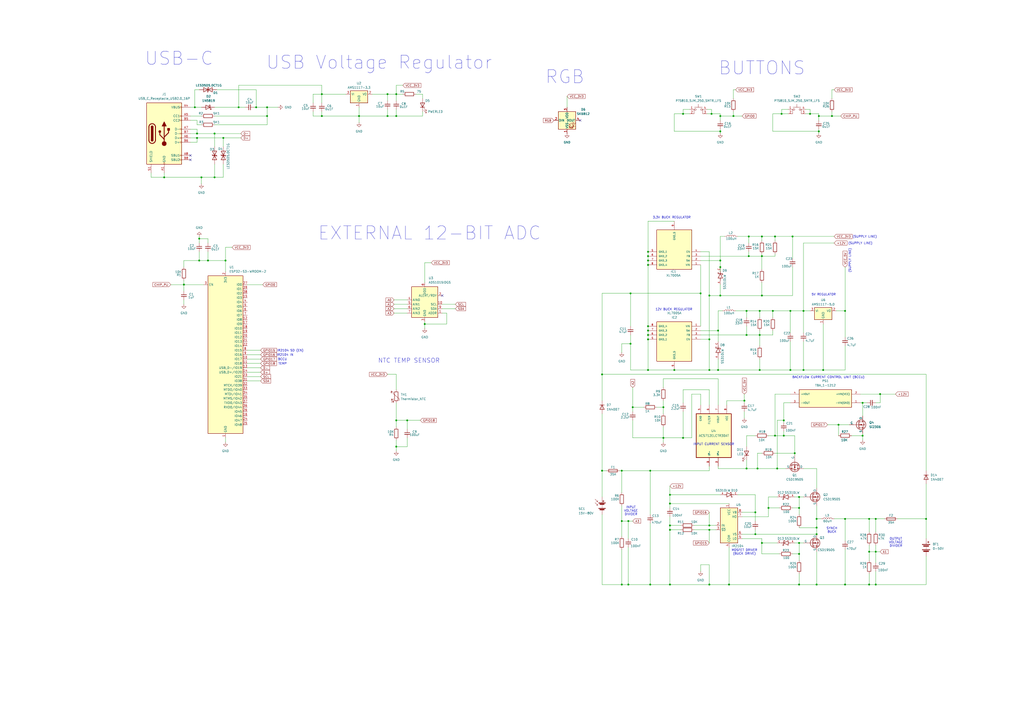
<source format=kicad_sch>
(kicad_sch (version 20231120) (generator "eeschema") (generator_version "8.0")
  (paper "A2")
  (junction (at 459.74 137.16))
  (junction (at 425.45 67.31))
  (junction (at 431.8 232.41))
  (junction (at 124.46 102.87))
  (junction (at 490.22 339.09))
  (junction (at 375.92 146.05))
  (junction (at 396.24 254))
  (junction (at 364.49 339.09))
  (junction (at 208.28 67.31))
  (junction (at 434.34 148.59))
  (junction (at 417.83 154.94))
  (junction (at 129.54 80.01))
  (junction (at 411.48 196.85))
  (junction (at 406.4 170.18))
  (junction (at 433.07 271.78))
  (junction (at 474.98 67.31))
  (junction (at 148.59 62.23))
  (junction (at 360.68 339.09))
  (junction (at 364.49 302.26))
  (junction (at 438.15 309.88))
  (junction (at 537.21 300.99))
  (junction (at 466.09 214.63))
  (junction (at 375.92 214.63))
  (junction (at 433.07 194.31))
  (junction (at 377.19 339.09))
  (junction (at 106.68 165.1))
  (junction (at 114.3 77.47))
  (junction (at 440.69 214.63))
  (junction (at 113.03 62.23))
  (junction (at 411.48 214.63))
  (junction (at 434.34 137.16))
  (junction (at 433.07 180.34))
  (junction (at 186.69 67.31))
  (junction (at 473.71 339.09))
  (junction (at 417.83 171.45))
  (junction (at 417.83 67.31))
  (junction (at 124.46 77.47))
  (junction (at 229.87 259.08))
  (junction (at 508 300.99))
  (junction (at 360.68 302.26))
  (junction (at 388.62 292.1))
  (junction (at 463.55 294.64))
  (junction (at 482.6 67.31))
  (junction (at 411.48 339.09))
  (junction (at 508 339.09))
  (junction (at 438.15 297.18))
  (junction (at 396.24 66.04))
  (junction (at 375.92 196.85))
  (junction (at 500.38 233.68))
  (junction (at 445.77 294.64))
  (junction (at 224.79 67.31))
  (junction (at 473.71 306.07))
  (junction (at 375.92 151.13))
  (junction (at 510.54 228.6))
  (junction (at 377.19 273.05))
  (junction (at 461.01 262.89))
  (junction (at 154.94 62.23))
  (junction (at 375.92 191.77))
  (junction (at 454.66 252.73))
  (junction (at 454.66 243.84))
  (junction (at 388.62 307.34))
  (junction (at 416.56 191.77))
  (junction (at 441.96 137.16))
  (junction (at 411.48 307.34))
  (junction (at 500.38 252.73))
  (junction (at 473.71 300.99))
  (junction (at 391.16 214.63))
  (junction (at 477.52 214.63))
  (junction (at 439.42 271.78))
  (junction (at 417.83 151.13))
  (junction (at 115.57 138.43))
  (junction (at 120.65 151.13))
  (junction (at 115.57 151.13))
  (junction (at 473.71 309.88))
  (junction (at 349.25 273.05))
  (junction (at 186.69 54.61))
  (junction (at 367.03 236.22))
  (junction (at 441.96 171.45))
  (junction (at 412.75 66.04))
  (junction (at 229.87 54.61))
  (junction (at 469.9 66.04))
  (junction (at 449.58 252.73))
  (junction (at 95.25 102.87))
  (junction (at 384.81 254))
  (junction (at 466.09 180.34))
  (junction (at 224.79 54.61))
  (junction (at 130.81 151.13))
  (junction (at 422.91 339.09))
  (junction (at 441.96 148.59))
  (junction (at 463.55 314.96))
  (junction (at 349.25 217.17))
  (junction (at 458.47 180.34))
  (junction (at 463.55 288.29))
  (junction (at 375.92 189.23))
  (junction (at 504.19 300.99))
  (junction (at 388.62 339.09))
  (junction (at 463.55 339.09))
  (junction (at 411.48 171.45))
  (junction (at 246.38 187.96))
  (junction (at 375.92 194.31))
  (junction (at 504.19 339.09))
  (junction (at 138.43 62.23))
  (junction (at 440.69 180.34))
  (junction (at 375.92 148.59))
  (junction (at 453.39 66.04))
  (junction (at 490.22 180.34))
  (junction (at 458.47 214.63))
  (junction (at 449.58 137.16))
  (junction (at 411.48 304.8))
  (junction (at 384.81 236.22))
  (junction (at 448.31 180.34))
  (junction (at 114.3 80.01))
  (junction (at 490.22 300.99))
  (junction (at 416.56 214.63))
  (junction (at 365.76 170.18))
  (junction (at 388.62 287.02))
  (junction (at 365.76 199.39))
  (junction (at 417.83 76.2))
  (junction (at 463.55 321.31))
  (junction (at 388.62 304.8))
  (junction (at 229.87 243.84))
  (junction (at 474.98 76.2))
  (junction (at 236.22 243.84))
  (junction (at 116.84 102.87))
  (junction (at 508 320.04))
  (junction (at 450.85 271.78))
  (junction (at 154.94 67.31))
  (junction (at 360.68 273.05))
  (junction (at 441.96 314.96))
  (junction (at 229.87 67.31))
  (junction (at 440.69 194.31))
  (junction (at 504.19 320.04))
  (junction (at 375.92 153.67))
  (junction (at 486.41 246.38))
  (no_connect (at 110.49 90.17))
  (no_connect (at 110.49 92.71))
  (no_connect (at 256.54 171.45))
  (no_connect (at 336.55 69.85))
  (wire (pts (xy 416.56 214.63) (xy 440.69 214.63)))
  (wire (pts (xy 115.57 52.07) (xy 113.03 52.07)))
  (wire (pts (xy 449.58 137.16) (xy 441.96 137.16)))
  (wire (pts (xy 328.93 55.88) (xy 328.93 62.23)))
  (wire (pts (xy 138.43 49.53) (xy 138.43 62.23)))
  (wire (pts (xy 349.25 217.17) (xy 349.25 170.18)))
  (wire (pts (xy 228.6 176.53) (xy 236.22 176.53)))
  (wire (pts (xy 388.62 292.1) (xy 388.62 294.64)))
  (wire (pts (xy 440.69 194.31) (xy 433.07 194.31)))
  (wire (pts (xy 441.96 171.45) (xy 459.74 171.45)))
  (wire (pts (xy 388.62 307.34) (xy 388.62 339.09)))
  (wire (pts (xy 106.68 165.1) (xy 106.68 168.91)))
  (wire (pts (xy 454.66 233.68) (xy 458.47 233.68)))
  (wire (pts (xy 245.11 64.77) (xy 245.11 67.31)))
  (wire (pts (xy 422.91 292.1) (xy 388.62 292.1)))
  (wire (pts (xy 215.9 54.61) (xy 224.79 54.61)))
  (wire (pts (xy 406.4 191.77) (xy 416.56 191.77)))
  (wire (pts (xy 425.45 64.77) (xy 425.45 67.31)))
  (wire (pts (xy 410.21 66.04) (xy 412.75 66.04)))
  (wire (pts (xy 474.98 76.2) (xy 474.98 77.47)))
  (wire (pts (xy 360.68 339.09) (xy 364.49 339.09)))
  (wire (pts (xy 365.76 214.63) (xy 375.92 214.63)))
  (wire (pts (xy 396.24 238.76) (xy 396.24 254)))
  (wire (pts (xy 474.98 66.04) (xy 474.98 67.31)))
  (wire (pts (xy 430.53 309.88) (xy 438.15 309.88)))
  (wire (pts (xy 375.92 194.31) (xy 375.92 196.85)))
  (wire (pts (xy 449.58 137.16) (xy 459.74 137.16)))
  (wire (pts (xy 438.15 307.34) (xy 438.15 309.88)))
  (wire (pts (xy 466.09 180.34) (xy 466.09 193.04)))
  (wire (pts (xy 143.51 210.82) (xy 151.13 210.82)))
  (wire (pts (xy 482.6 64.77) (xy 482.6 67.31)))
  (wire (pts (xy 256.54 181.61) (xy 259.08 181.61)))
  (wire (pts (xy 365.76 194.31) (xy 365.76 199.39)))
  (wire (pts (xy 485.14 180.34) (xy 490.22 180.34)))
  (wire (pts (xy 486.41 246.38) (xy 486.41 252.73)))
  (wire (pts (xy 125.73 52.07) (xy 148.59 52.07)))
  (wire (pts (xy 508 320.04) (xy 510.54 320.04)))
  (wire (pts (xy 490.22 318.77) (xy 490.22 339.09)))
  (wire (pts (xy 365.76 199.39) (xy 365.76 214.63)))
  (wire (pts (xy 396.24 63.5) (xy 400.05 63.5)))
  (wire (pts (xy 411.48 270.51) (xy 411.48 273.05)))
  (wire (pts (xy 208.28 67.31) (xy 186.69 67.31)))
  (wire (pts (xy 229.87 58.42) (xy 229.87 54.61)))
  (wire (pts (xy 377.19 273.05) (xy 377.19 298.45)))
  (wire (pts (xy 416.56 219.71) (xy 416.56 234.95)))
  (wire (pts (xy 463.55 288.29) (xy 466.09 288.29)))
  (wire (pts (xy 236.22 254) (xy 236.22 259.08)))
  (wire (pts (xy 365.76 189.23) (xy 365.76 170.18)))
  (wire (pts (xy 417.83 151.13) (xy 417.83 154.94)))
  (wire (pts (xy 411.48 234.95) (xy 411.48 226.06)))
  (wire (pts (xy 375.92 146.05) (xy 375.92 148.59)))
  (wire (pts (xy 118.11 165.1) (xy 106.68 165.1)))
  (wire (pts (xy 417.83 137.16) (xy 417.83 151.13)))
  (wire (pts (xy 473.71 293.37) (xy 473.71 300.99)))
  (wire (pts (xy 229.87 63.5) (xy 229.87 67.31)))
  (wire (pts (xy 391.16 214.63) (xy 411.48 214.63)))
  (wire (pts (xy 396.24 63.5) (xy 396.24 66.04)))
  (wire (pts (xy 364.49 317.5) (xy 364.49 339.09)))
  (wire (pts (xy 124.46 102.87) (xy 116.84 102.87)))
  (wire (pts (xy 106.68 173.99) (xy 106.68 176.53)))
  (wire (pts (xy 500.38 252.73) (xy 494.03 252.73)))
  (wire (pts (xy 384.81 236.22) (xy 384.81 240.03)))
  (wire (pts (xy 504.19 316.23) (xy 504.19 320.04)))
  (wire (pts (xy 508 331.47) (xy 508 339.09)))
  (wire (pts (xy 129.54 95.25) (xy 129.54 102.87)))
  (wire (pts (xy 186.69 67.31) (xy 181.61 67.31)))
  (wire (pts (xy 499.11 228.6) (xy 510.54 228.6)))
  (wire (pts (xy 433.07 194.31) (xy 433.07 189.23)))
  (wire (pts (xy 500.38 241.3) (xy 500.38 233.68)))
  (wire (pts (xy 448.31 184.15) (xy 448.31 180.34)))
  (wire (pts (xy 508 339.09) (xy 504.19 339.09)))
  (wire (pts (xy 411.48 304.8) (xy 415.29 304.8)))
  (wire (pts (xy 114.3 80.01) (xy 114.3 82.55)))
  (wire (pts (xy 504.19 339.09) (xy 490.22 339.09)))
  (wire (pts (xy 406.4 331.47) (xy 406.4 327.66)))
  (wire (pts (xy 116.84 102.87) (xy 116.84 106.68)))
  (wire (pts (xy 416.56 271.78) (xy 416.56 270.51)))
  (wire (pts (xy 466.09 140.97) (xy 466.09 180.34)))
  (wire (pts (xy 483.87 300.99) (xy 490.22 300.99)))
  (wire (pts (xy 367.03 236.22) (xy 367.03 238.76)))
  (wire (pts (xy 148.59 62.23) (xy 154.94 62.23)))
  (wire (pts (xy 384.81 219.71) (xy 416.56 219.71)))
  (wire (pts (xy 416.56 191.77) (xy 416.56 198.12)))
  (wire (pts (xy 245.11 54.61) (xy 245.11 57.15)))
  (wire (pts (xy 143.51 220.98) (xy 151.13 220.98)))
  (wire (pts (xy 449.58 228.6) (xy 458.47 228.6)))
  (wire (pts (xy 124.46 72.39) (xy 154.94 72.39)))
  (wire (pts (xy 411.48 273.05) (xy 377.19 273.05)))
  (wire (pts (xy 384.81 254) (xy 367.03 254)))
  (wire (pts (xy 129.54 80.01) (xy 129.54 85.09)))
  (wire (pts (xy 441.96 312.42) (xy 441.96 314.96)))
  (wire (pts (xy 537.21 300.99) (xy 537.21 312.42)))
  (wire (pts (xy 473.71 271.78) (xy 473.71 283.21)))
  (wire (pts (xy 401.32 254) (xy 396.24 254)))
  (wire (pts (xy 388.62 304.8) (xy 394.97 304.8)))
  (wire (pts (xy 431.8 228.6) (xy 431.8 232.41)))
  (wire (pts (xy 115.57 138.43) (xy 115.57 137.16)))
  (wire (pts (xy 416.56 180.34) (xy 416.56 191.77)))
  (wire (pts (xy 454.66 252.73) (xy 461.01 252.73)))
  (wire (pts (xy 129.54 80.01) (xy 139.7 80.01)))
  (wire (pts (xy 114.3 74.93) (xy 114.3 77.47)))
  (wire (pts (xy 384.81 247.65) (xy 384.81 254)))
  (wire (pts (xy 490.22 180.34) (xy 490.22 195.58)))
  (wire (pts (xy 508 320.04) (xy 508 326.39)))
  (wire (pts (xy 482.6 67.31) (xy 487.68 67.31)))
  (wire (pts (xy 537.21 217.17) (xy 537.21 273.05)))
  (wire (pts (xy 445.77 288.29) (xy 450.85 288.29)))
  (wire (pts (xy 110.49 67.31) (xy 116.84 67.31)))
  (wire (pts (xy 143.51 208.28) (xy 151.13 208.28)))
  (wire (pts (xy 411.48 171.45) (xy 417.83 171.45)))
  (wire (pts (xy 454.66 250.19) (xy 454.66 252.73)))
  (wire (pts (xy 430.53 312.42) (xy 441.96 312.42)))
  (wire (pts (xy 114.3 69.85) (xy 110.49 69.85)))
  (wire (pts (xy 459.74 137.16) (xy 459.74 149.86)))
  (wire (pts (xy 349.25 298.45) (xy 349.25 339.09)))
  (wire (pts (xy 246.38 152.4) (xy 250.19 152.4)))
  (wire (pts (xy 417.83 74.93) (xy 417.83 76.2)))
  (wire (pts (xy 449.58 252.73) (xy 454.66 252.73)))
  (wire (pts (xy 388.62 304.8) (xy 388.62 307.34)))
  (wire (pts (xy 114.3 80.01) (xy 129.54 80.01)))
  (wire (pts (xy 388.62 307.34) (xy 394.97 307.34)))
  (wire (pts (xy 441.96 148.59) (xy 434.34 148.59)))
  (wire (pts (xy 427.99 287.02) (xy 438.15 287.02)))
  (wire (pts (xy 148.59 52.07) (xy 148.59 62.23)))
  (wire (pts (xy 120.65 138.43) (xy 115.57 138.43)))
  (wire (pts (xy 259.08 181.61) (xy 259.08 187.96)))
  (wire (pts (xy 367.03 236.22) (xy 373.38 236.22)))
  (wire (pts (xy 147.32 62.23) (xy 148.59 62.23)))
  (wire (pts (xy 461.01 252.73) (xy 461.01 262.89)))
  (wire (pts (xy 241.3 54.61) (xy 245.11 54.61)))
  (wire (pts (xy 510.54 233.68) (xy 510.54 228.6)))
  (wire (pts (xy 469.9 66.04) (xy 474.98 66.04)))
  (wire (pts (xy 229.87 54.61) (xy 224.79 54.61)))
  (wire (pts (xy 454.66 245.11) (xy 454.66 243.84)))
  (wire (pts (xy 433.07 271.78) (xy 439.42 271.78)))
  (wire (pts (xy 433.07 252.73) (xy 433.07 259.08)))
  (wire (pts (xy 375.92 151.13) (xy 375.92 153.67)))
  (wire (pts (xy 406.4 153.67) (xy 406.4 170.18)))
  (wire (pts (xy 448.31 76.2) (xy 474.98 76.2)))
  (wire (pts (xy 115.57 138.43) (xy 115.57 140.97)))
  (wire (pts (xy 450.85 271.78) (xy 455.93 271.78)))
  (wire (pts (xy 360.68 204.47) (xy 360.68 199.39)))
  (wire (pts (xy 351.79 273.05) (xy 349.25 273.05)))
  (wire (pts (xy 229.87 259.08) (xy 229.87 261.62)))
  (wire (pts (xy 463.55 294.64) (xy 463.55 298.45)))
  (wire (pts (xy 441.96 148.59) (xy 441.96 156.21)))
  (wire (pts (xy 377.19 303.53) (xy 377.19 339.09)))
  (wire (pts (xy 473.71 306.07) (xy 473.71 309.88)))
  (wire (pts (xy 508 233.68) (xy 510.54 233.68)))
  (wire (pts (xy 375.92 214.63) (xy 391.16 214.63)))
  (wire (pts (xy 154.94 72.39) (xy 154.94 67.31)))
  (wire (pts (xy 439.42 262.89) (xy 439.42 271.78)))
  (wire (pts (xy 360.68 318.77) (xy 360.68 339.09)))
  (wire (pts (xy 438.15 309.88) (xy 473.71 309.88)))
  (wire (pts (xy 417.83 157.48) (xy 417.83 154.94)))
  (wire (pts (xy 438.15 297.18) (xy 438.15 302.26)))
  (wire (pts (xy 477.52 214.63) (xy 490.22 214.63)))
  (wire (pts (xy 425.45 57.15) (xy 425.45 52.07)))
  (wire (pts (xy 440.69 214.63) (xy 458.47 214.63)))
  (wire (pts (xy 473.71 300.99) (xy 473.71 306.07)))
  (wire (pts (xy 400.05 66.04) (xy 396.24 66.04)))
  (wire (pts (xy 500.38 251.46) (xy 500.38 252.73)))
  (wire (pts (xy 412.75 66.04) (xy 417.83 66.04)))
  (wire (pts (xy 349.25 170.18) (xy 365.76 170.18)))
  (wire (pts (xy 124.46 77.47) (xy 139.7 77.47)))
  (wire (pts (xy 411.48 171.45) (xy 411.48 196.85)))
  (wire (pts (xy 458.47 180.34) (xy 458.47 193.04)))
  (wire (pts (xy 430.53 297.18) (xy 438.15 297.18)))
  (wire (pts (xy 375.92 191.77) (xy 375.92 194.31)))
  (wire (pts (xy 110.49 80.01) (xy 114.3 80.01)))
  (wire (pts (xy 411.48 196.85) (xy 411.48 214.63)))
  (wire (pts (xy 106.68 151.13) (xy 115.57 151.13)))
  (wire (pts (xy 110.49 74.93) (xy 114.3 74.93)))
  (wire (pts (xy 229.87 49.53) (xy 229.87 54.61)))
  (wire (pts (xy 412.75 63.5) (xy 412.75 66.04)))
  (wire (pts (xy 236.22 243.84) (xy 243.84 243.84)))
  (wire (pts (xy 113.03 52.07) (xy 113.03 62.23)))
  (wire (pts (xy 388.62 339.09) (xy 411.48 339.09)))
  (wire (pts (xy 433.07 266.7) (xy 433.07 271.78)))
  (wire (pts (xy 459.74 154.94) (xy 459.74 171.45)))
  (wire (pts (xy 466.09 271.78) (xy 473.71 271.78)))
  (wire (pts (xy 256.54 179.07) (xy 264.16 179.07)))
  (wire (pts (xy 439.42 271.78) (xy 450.85 271.78)))
  (wire (pts (xy 138.43 62.23) (xy 142.24 62.23)))
  (wire (pts (xy 115.57 146.05) (xy 115.57 151.13)))
  (wire (pts (xy 406.4 146.05) (xy 411.48 146.05)))
  (wire (pts (xy 186.69 54.61) (xy 181.61 54.61)))
  (wire (pts (xy 420.37 137.16) (xy 417.83 137.16)))
  (wire (pts (xy 154.94 67.31) (xy 154.94 62.23)))
  (wire (pts (xy 441.96 139.7) (xy 441.96 137.16)))
  (wire (pts (xy 406.4 170.18) (xy 406.4 189.23)))
  (wire (pts (xy 459.74 294.64) (xy 463.55 294.64)))
  (wire (pts (xy 449.58 228.6) (xy 449.58 252.73)))
  (wire (pts (xy 466.09 198.12) (xy 466.09 214.63)))
  (wire (pts (xy 375.92 153.67) (xy 375.92 189.23)))
  (wire (pts (xy 367.03 243.84) (xy 367.03 254)))
  (wire (pts (xy 106.68 162.56) (xy 106.68 165.1)))
  (wire (pts (xy 229.87 243.84) (xy 229.87 247.65)))
  (wire (pts (xy 360.68 273.05) (xy 360.68 285.75)))
  (wire (pts (xy 449.58 139.7) (xy 449.58 137.16)))
  (wire (pts (xy 360.68 302.26) (xy 360.68 311.15)))
  (wire (pts (xy 224.79 63.5) (xy 224.79 67.31)))
  (wire (pts (xy 388.62 287.02) (xy 388.62 292.1)))
  (wire (pts (xy 99.06 165.1) (xy 106.68 165.1)))
  (wire (pts (xy 441.96 314.96) (xy 450.85 314.96)))
  (wire (pts (xy 440.69 180.34) (xy 433.07 180.34)))
  (wire (pts (xy 120.65 151.13) (xy 130.81 151.13)))
  (wire (pts (xy 229.87 259.08) (xy 229.87 255.27)))
  (wire (pts (xy 228.6 179.07) (xy 236.22 179.07)))
  (wire (pts (xy 143.51 205.74) (xy 151.13 205.74)))
  (wire (pts (xy 416.56 208.28) (xy 416.56 214.63)))
  (wire (pts (xy 360.68 302.26) (xy 364.49 302.26)))
  (wire (pts (xy 384.81 232.41) (xy 384.81 236.22)))
  (wire (pts (xy 431.8 238.76) (xy 431.8 242.57)))
  (wire (pts (xy 384.81 254) (xy 384.81 256.54)))
  (wire (pts (xy 499.11 233.68) (xy 500.38 233.68)))
  (wire (pts (xy 381 236.22) (xy 384.81 236.22)))
  (wire (pts (xy 500.38 252.73) (xy 500.38 255.27)))
  (wire (pts (xy 360.68 293.37) (xy 360.68 302.26)))
  (wire (pts (xy 143.51 165.1) (xy 152.4 165.1)))
  (wire (pts (xy 391.16 66.04) (xy 391.16 76.2)))
  (wire (pts (xy 391.16 76.2) (xy 417.83 76.2)))
  (wire (pts (xy 482.6 57.15) (xy 482.6 52.07)))
  (wire (pts (xy 143.51 203.2) (xy 151.13 203.2)))
  (wire (pts (xy 377.19 339.09) (xy 388.62 339.09)))
  (wire (pts (xy 411.48 307.34) (xy 415.29 307.34)))
  (wire (pts (xy 114.3 72.39) (xy 114.3 69.85)))
  (wire (pts (xy 364.49 339.09) (xy 377.19 339.09)))
  (wire (pts (xy 490.22 214.63) (xy 490.22 200.66)))
  (wire (pts (xy 445.77 294.64) (xy 452.12 294.64)))
  (wire (pts (xy 246.38 186.69) (xy 246.38 187.96)))
  (wire (pts (xy 537.21 280.67) (xy 537.21 300.99)))
  (wire (pts (xy 431.8 232.41) (xy 431.8 233.68)))
  (wire (pts (xy 459.74 137.16) (xy 483.87 137.16)))
  (wire (pts (xy 461.01 314.96) (xy 463.55 314.96)))
  (wire (pts (xy 411.48 339.09) (xy 422.91 339.09)))
  (wire (pts (xy 452.12 321.31) (xy 441.96 321.31)))
  (wire (pts (xy 229.87 217.17) (xy 229.87 226.06)))
  (wire (pts (xy 402.59 307.34) (xy 411.48 307.34)))
  (wire (pts (xy 410.21 63.5) (xy 412.75 63.5)))
  (wire (pts (xy 110.49 62.23) (xy 113.03 62.23)))
  (wire (pts (xy 138.43 49.53) (xy 186.69 49.53)))
  (wire (pts (xy 449.58 148.59) (xy 441.96 148.59)))
  (wire (pts (xy 449.58 147.32) (xy 449.58 148.59)))
  (wire (pts (xy 467.36 63.5) (xy 469.9 63.5)))
  (wire (pts (xy 457.2 66.04) (xy 453.39 66.04)))
  (wire (pts (xy 440.69 191.77) (xy 440.69 194.31)))
  (wire (pts (xy 441.96 321.31) (xy 441.96 314.96)))
  (wire (pts (xy 490.22 154.94) (xy 490.22 180.34)))
  (wire (pts (xy 417.83 165.1) (xy 417.83 171.45)))
  (wire (pts (xy 349.25 273.05) (xy 349.25 240.03)))
  (wire (pts (xy 463.55 314.96) (xy 466.09 314.96)))
  (wire (pts (xy 504.19 332.74) (xy 504.19 339.09)))
  (wire (pts (xy 396.24 226.06) (xy 411.48 226.06)))
  (wire (pts (xy 490.22 300.99) (xy 490.22 313.69)))
  (wire (pts (xy 375.92 196.85) (xy 375.92 214.63)))
  (wire (pts (xy 453.39 63.5) (xy 457.2 63.5)))
  (wire (pts (xy 504.19 300.99) (xy 504.19 308.61)))
  (wire (pts (xy 433.07 180.34) (xy 426.72 180.34)))
  (wire (pts (xy 154.94 62.23) (xy 161.29 62.23)))
  (wire (pts (xy 246.38 152.4) (xy 246.38 163.83)))
  (wire (pts (xy 130.81 157.48) (xy 130.81 151.13)))
  (wire (pts (xy 440.69 208.28) (xy 440.69 214.63)))
  (wire (pts (xy 445.77 294.64) (xy 445.77 288.29)))
  (wire (pts (xy 396.24 254) (xy 384.81 254)))
  (wire (pts (xy 134.62 143.51) (xy 130.81 143.51)))
  (wire (pts (xy 461.01 264.16) (xy 461.01 262.89)))
  (wire (pts (xy 406.4 234.95) (xy 406.4 228.6)))
  (wire (pts (xy 450.85 243.84) (xy 450.85 271.78)))
  (wire (pts (xy 406.4 327.66) (xy 411.48 327.66)))
  (wire (pts (xy 233.68 49.53) (xy 229.87 49.53)))
  (wire (pts (xy 458.47 198.12) (xy 458.47 214.63)))
  (wire (pts (xy 130.81 256.54) (xy 130.81 254)))
  (wire (pts (xy 384.81 224.79) (xy 384.81 219.71)))
  (wire (pts (xy 364.49 302.26) (xy 364.49 312.42)))
  (wire (pts (xy 441.96 163.83) (xy 441.96 171.45)))
  (wire (pts (xy 224.79 217.17) (xy 229.87 217.17)))
  (wire (pts (xy 448.31 180.34) (xy 458.47 180.34)))
  (wire (pts (xy 520.7 300.99) (xy 537.21 300.99)))
  (wire (pts (xy 458.47 180.34) (xy 466.09 180.34)))
  (wire (pts (xy 411.48 297.18) (xy 411.48 304.8)))
  (wire (pts (xy 406.4 170.18) (xy 365.76 170.18)))
  (wire (pts (xy 440.69 184.15) (xy 440.69 180.34)))
  (wire (pts (xy 453.39 63.5) (xy 453.39 66.04)))
  (wire (pts (xy 463.55 306.07) (xy 473.71 306.07)))
  (wire (pts (xy 508 308.61) (xy 508 300.99)))
  (wire (pts (xy 463.55 294.64) (xy 463.55 288.29)))
  (wire (pts (xy 454.66 233.68) (xy 454.66 243.84)))
  (wire (pts (xy 421.64 234.95) (xy 421.64 232.41)))
  (wire (pts (xy 425.45 52.07) (xy 426.72 52.07)))
  (wire (pts (xy 492.76 246.38) (xy 486.41 246.38)))
  (wire (pts (xy 246.38 187.96) (xy 246.38 190.5)))
  (wire (pts (xy 114.3 77.47) (xy 124.46 77.47)))
  (wire (pts (xy 120.65 146.05) (xy 120.65 151.13)))
  (wire (pts (xy 349.25 273.05) (xy 349.25 288.29)))
  (wire (pts (xy 375.92 148.59) (xy 375.92 151.13)))
  (wire (pts (xy 229.87 243.84) (xy 236.22 243.84)))
  (wire (pts (xy 186.69 64.77) (xy 186.69 67.31)))
  (wire (pts (xy 473.71 320.04) (xy 473.71 339.09)))
  (wire (pts (xy 349.25 232.41) (xy 349.25 217.17)))
  (wire (pts (xy 375.92 189.23) (xy 375.92 191.77)))
  (wire (pts (xy 417.83 171.45) (xy 441.96 171.45)))
  (wire (pts (xy 236.22 259.08) (xy 229.87 259.08)))
  (wire (pts (xy 483.87 140.97) (xy 466.09 140.97)))
  (wire (pts (xy 130.81 143.51) (xy 130.81 151.13)))
  (wire (pts (xy 453.39 66.04) (xy 448.31 66.04)))
  (wire (pts (xy 504.19 320.04) (xy 504.19 325.12)))
  (wire (pts (xy 200.66 54.61) (xy 186.69 54.61)))
  (wire (pts (xy 448.31 191.77) (xy 448.31 194.31)))
  (wire (pts (xy 396.24 66.04) (xy 391.16 66.04)))
  (wire (pts (xy 434.34 137.16) (xy 427.99 137.16)))
  (wire (pts (xy 115.57 151.13) (xy 120.65 151.13)))
  (wire (pts (xy 463.55 332.74) (xy 463.55 339.09)))
  (wire (pts (xy 430.53 299.72) (xy 445.77 299.72)))
  (wire (pts (xy 473.71 339.09) (xy 463.55 339.09)))
  (wire (pts (xy 113.03 62.23) (xy 116.84 62.23)))
  (wire (pts (xy 461.01 288.29) (xy 463.55 288.29)))
  (wire (pts (xy 434.34 140.97) (xy 434.34 137.16)))
  (wire (pts (xy 87.63 100.33) (xy 87.63 102.87)))
  (wire (pts (xy 448.31 66.04) (xy 448.31 76.2)))
  (wire (pts (xy 124.46 77.47) (xy 124.46 85.09)))
  (wire (pts (xy 228.6 181.61) (xy 236.22 181.61)))
  (wire (pts (xy 441.96 147.32) (xy 441.96 148.59)))
  (wire (pts (xy 469.9 63.5) (xy 469.9 66.04)))
  (wire (pts (xy 364.49 302.26) (xy 367.03 302.26)))
  (wire (pts (xy 474.98 67.31) (xy 474.98 69.85)))
  (wire (pts (xy 143.51 218.44) (xy 151.13 218.44)))
  (wire (pts (xy 406.4 196.85) (xy 411.48 196.85)))
  (wire (pts (xy 441.96 137.16) (xy 434.34 137.16)))
  (wire (pts (xy 224.79 54.61) (xy 224.79 58.42)))
  (wire (pts (xy 186.69 49.53) (xy 186.69 54.61)))
  (wire (pts (xy 486.41 246.38) (xy 480.06 246.38)))
  (wire (pts (xy 124.46 95.25) (xy 124.46 102.87)))
  (wire (pts (xy 421.64 232.41) (xy 431.8 232.41)))
  (wire (pts (xy 445.77 299.72) (xy 445.77 294.64)))
  (wire (pts (xy 360.68 199.39) (xy 365.76 199.39)))
  (wire (pts (xy 448.31 180.34) (xy 440.69 180.34)))
  (wire (pts (xy 236.22 243.84) (xy 236.22 248.92)))
  (wire (pts (xy 441.96 262.89) (xy 439.42 262.89)))
  (wire (pts (xy 375.92 128.27) (xy 375.92 146.05)))
  (wire (pts (xy 537.21 339.09) (xy 508 339.09)))
  (wire (pts (xy 95.25 102.87) (xy 116.84 102.87)))
  (wire (pts (xy 402.59 304.8) (xy 411.48 304.8)))
  (wire (pts (xy 120.65 140.97) (xy 120.65 138.43)))
  (wire (pts (xy 256.54 176.53) (xy 264.16 176.53)))
  (wire (pts (xy 417.83 67.31) (xy 425.45 67.31)))
  (wire (pts (xy 417.83 67.31) (xy 417.83 69.85)))
  (wire (pts (xy 391.16 128.27) (xy 375.92 128.27)))
  (wire (pts (xy 401.32 228.6) (xy 401.32 254)))
  (wire (pts (xy 434.34 148.59) (xy 434.34 146.05)))
  (wire (pts (xy 490.22 339.09) (xy 473.71 339.09)))
  (wire (pts (xy 458.47 214.63) (xy 466.09 214.63)))
  (wire (pts (xy 367.03 224.79) (xy 367.03 236.22)))
  (wire (pts (xy 229.87 67.31) (xy 245.11 67.31)))
  (wire (pts (xy 143.51 215.9) (xy 151.13 215.9)))
  (wire (pts (xy 416.56 271.78) (xy 433.07 271.78)))
  (wire (pts (xy 537.21 322.58) (xy 537.21 339.09)))
  (wire (pts (xy 228.6 173.99) (xy 236.22 173.99)))
  (wire (pts (xy 422.91 317.5) (xy 422.91 339.09)))
  (wire (pts (xy 406.4 228.6) (xy 401.32 228.6)))
  (wire (pts (xy 445.77 252.73) (xy 449.58 252.73)))
  (wire (pts (xy 208.28 62.23) (xy 208.28 67.31)))
  (wire (pts (xy 411.48 146.05) (xy 411.48 171.45)))
  (wire (pts (xy 510.54 228.6) (xy 519.43 228.6)))
  (wire (pts (xy 360.68 273.05) (xy 359.41 273.05)))
  (wire (pts (xy 129.54 102.87) (xy 124.46 102.87)))
  (wire (pts (xy 433.07 184.15) (xy 433.07 180.34)))
  (wire (pts (xy 466.09 214.63) (xy 477.52 214.63)))
  (wire (pts (xy 110.49 82.55) (xy 114.3 82.55)))
  (wire (pts (xy 411.48 314.96) (xy 411.48 307.34)))
  (wire (pts (xy 419.1 180.34) (xy 416.56 180.34)))
  (wire (pts (xy 143.51 213.36) (xy 151.13 213.36)))
  (wire (pts (xy 425.45 67.31) (xy 430.53 67.31)))
  (wire (pts (xy 406.4 148.59) (xy 434.34 148.59)))
  (wire (pts (xy 106.68 154.94) (xy 106.68 151.13)))
  (wire (pts (xy 124.46 67.31) (xy 154.94 67.31)))
  (wire (pts (xy 508 300.99) (xy 513.08 300.99)))
  (wire (pts (xy 388.62 299.72) (xy 388.62 304.8)))
  (wire (pts (xy 463.55 321.31) (xy 463.55 314.96)))
  (wire (pts (xy 459.74 321.31) (xy 463.55 321.31)))
  (wire (pts (xy 110.49 77.47) (xy 114.3 77.47)))
  (wire (pts (xy 229.87 54.61) (xy 233.68 54.61)))
  (wire (pts (xy 246.38 187.96) (xy 259.08 187.96)))
  (wire (pts (xy 504.19 320.04) (xy 508 320.04)))
  (wire (pts (xy 411.48 214.63) (xy 416.56 214.63)))
  (wire (pts (xy 181.61 54.61) (xy 181.61 59.69)))
  (wire (pts (xy 461.01 262.89) (xy 449.58 262.89)))
  (wire (pts (xy 477.52 187.96) (xy 477.52 214.63)))
  (wire (pts (xy 224.79 67.31) (xy 229.87 67.31)))
  (wire (pts (xy 124.46 62.23) (xy 138.43 62.23)))
  (wire (pts (xy 417.83 76.2) (xy 417.83 77.47)))
  (wire (pts (xy 406.4 194.31) (xy 433.07 194.31)))
  (wire (pts (xy 181.61 64.77) (xy 181.61 67.31)))
  (wire (pts (xy 417.83 66.04) (xy 417.83 67.31)))
  (wire (pts (xy 388.62 287.02) (xy 417.83 287.02)))
  (wire (pts (xy 474.98 67.31) (xy 482.6 67.31)))
  (wire (pts (xy 406.4 151.13) (xy 417.83 151.13)))
  (wire (pts (xy 466.09 180.34) (xy 469.9 180.34)))
  (wire (pts (xy 349.25 339.09) (xy 360.68 339.09)))
  (wire (pts (xy 474.98 74.93) (xy 474.98 76.2)))
  (wire (pts (xy 114.3 72.39) (xy 116.84 72.39)))
  (wire (pts (xy 467.36 66.04) (xy 469.9 66.04)))
  (wire (pts (xy 438.15 252.73) (xy 433.07 252.73)))
  (wire (pts (xy 422.91 339.09) (xy 463.55 339.09)))
  (wire (pts (xy 186.69 54.61) (xy 186.69 59.69)))
  (wire (pts (xy 377.19 273.05) (xy 360.68 273.05)))
  (wire (pts (xy 411.48 327.66) (xy 411.48 339.09)))
  (wire (pts (xy 537.21 217.17) (xy 349.25 217.17)))
  (wire (pts (xy 396.24 226.06) (xy 396.24 233.68)))
  (wire (pts (xy 229.87 233.68) (xy 229.87 243.84)))
  (wire (pts (xy 482.6 52.07) (xy 483.87 52.07)))
  (wire (pts (xy 508 316.23) (xy 508 320.04)))
  (wire (pts (xy 440.69 194.31) (xy 440.69 200.66)))
  (wire (pts (xy 87.63 102.87) (xy 95.25 102.87)))
  (wire (pts (xy 208.28 67.31) (xy 208.28 71.12)))
  (wire (pts (xy 450.85 243.84) (xy 454.66 243.84)))
  (wire (pts (xy 438.15 287.02) (xy 438.15 297.18)))
  (wire (pts (xy 208.28 67.31) (xy 224.79 67.31)))
  (wire (pts (xy 500.38 233.68) (xy 502.92 233.68)))
  (wire (pts (xy 473.71 300.99) (xy 476.25 300.99)))
  (wire (pts (xy 388.62 281.94) (xy 388.62 287.02)))
  (wire (pts (xy 95.25 100.33) (xy 95.25 102.87)))
  (wire (pts (xy 504.19 300.99) (xy 508 300.99)))
  (wire (pts (xy 463.55 321.31) (xy 463.55 325.12)))
  (wire (pts (xy 490.22 300.99) (xy 504.19 300.99)))
  (wire (pts (xy 448.31 194.31) (xy 440.69 194.31)))
  (text "TEMP" (at 163.83 211.074 0) (effects (font (size 1.27 1.27))))
  (text "3.3V BUCK REGULATOR\n" (at 389.636 126.238 0) (effects (font (size 1.27 1.27))))
  (text "IR2104 IN\n" (at 165.354 205.994 0) (effects (font (size 1.27 1.27))))
  (text "SYNCH\nBUCK" (at 482.6 307.594 0) (effects (font (size 1.27 1.27))))
  (text "USB Voltage Regulator\n" (at 219.964 36.322 0) (effects (font (size 7.62 7.62))))
  (text "NTC TEMP SENSOR" (at 237.236 209.296 0) (effects (font (size 2.54 2.54))))
  (text "RGB\n" (at 327.66 44.704 0) (effects (font (size 7.62 7.62))))
  (text "(SUPPLY LINE)\n" (at 501.65 137.414 0) (effects (font (size 1.27 1.27))))
  (text "12V BUCK REGULATOR\n" (at 390.906 179.578 0) (effects (font (size 1.27 1.27))))
  (text "INPUT\nVOLTAGE\nDIVIDER" (at 366.014 296.418 0) (effects (font (size 1.27 1.27))))
  (text "EXTERNAL 12-BIT ADC" (at 249.174 135.382 0) (effects (font (size 7.62 7.62))))
  (text "INPUT CURRENT SENSOR\n" (at 414.02 257.81 0) (effects (font (size 1.27 1.27))))
  (text "(SUPPLY LINE)\n" (at 493.014 151.13 90) (effects (font (size 1.27 1.27))))
  (text "OUTPUT\nVOLTAGE\nDIVIDER" (at 519.684 314.706 0) (effects (font (size 1.27 1.27))))
  (text "BACKFLOW CURRENT CONTROL UNIT (BCCU)" (at 480.568 218.948 0) (effects (font (size 1.27 1.27))))
  (text "5V REGULATOR\n" (at 477.774 170.942 0) (effects (font (size 1.27 1.27))))
  (text "USB-C" (at 103.886 34.036 0) (effects (font (size 7.62 7.62))))
  (text "MOSFET DRIVER\n(BUCK DRIVE)" (at 431.8 320.294 0) (effects (font (size 1.27 1.27))))
  (text "BUTTONS\n" (at 441.96 39.624 0) (effects (font (size 7.62 7.62))))
  (text "(SUPPLY LINE)\n" (at 499.11 141.224 0) (effects (font (size 1.27 1.27))))
  (text "BCCU\n" (at 163.83 208.534 0) (effects (font (size 1.27 1.27))))
  (text "IR2104 SD (EN)\n\n" (at 168.402 204.47 0) (effects (font (size 1.27 1.27))))
  (global_label "VCC_5V" (shape input) (at 431.8 228.6 90) (property "Intersheetrefs" "${INTERSHEET_REFS}" (effects (hide yes))))
  (global_label "VCC_3V3" (shape input) (at 224.79 217.17 180) (property "Intersheetrefs" "${INTERSHEET_REFS}" (effects (hide yes))))
  (global_label "D-" (shape input) (at 151.13 213.36 0) (property "Intersheetrefs" "${INTERSHEET_REFS}" (effects (hide yes))))
  (global_label "VCC_3V3" (shape input) (at 250.19 152.4 0) (property "Intersheetrefs" "${INTERSHEET_REFS}" (effects (hide yes))))
  (global_label "A1" (shape input) (at 510.54 320.04 0) (property "Intersheetrefs" "${INTERSHEET_REFS}" (effects (hide yes))))
  (global_label "D-" (shape input) (at 139.7 77.47 0) (property "Intersheetrefs" "${INTERSHEET_REFS}" (effects (hide yes))))
  (global_label "VCC_3V3" (shape input) (at 328.93 55.88 0) (property "Intersheetrefs" "${INTERSHEET_REFS}" (effects (hide yes))))
  (global_label "A1" (shape input) (at 228.6 176.53 180) (property "Intersheetrefs" "${INTERSHEET_REFS}" (effects (hide yes))))
  (global_label "A0" (shape input) (at 228.6 173.99 180) (property "Intersheetrefs" "${INTERSHEET_REFS}" (effects (hide yes))))
  (global_label "A3" (shape input) (at 367.03 302.26 0) (property "Intersheetrefs" "${INTERSHEET_REFS}" (effects (hide yes))))
  (global_label "GPIO0" (shape input) (at 430.53 67.31 0) (property "Intersheetrefs" "${INTERSHEET_REFS}" (effects (hide yes))))
  (global_label "GPIO18" (shape input) (at 243.84 243.84 0) (property "Intersheetrefs" "${INTERSHEET_REFS}" (effects (hide yes))))
  (global_label "CHIP_PU" (shape input) (at 487.68 67.31 0) (property "Intersheetrefs" "${INTERSHEET_REFS}" (effects (hide yes))))
  (global_label "D+" (shape input) (at 151.13 215.9 0) (property "Intersheetrefs" "${INTERSHEET_REFS}" (effects (hide yes))))
  (global_label "GPIO18" (shape input) (at 151.13 210.82 0) (property "Intersheetrefs" "${INTERSHEET_REFS}" (effects (hide yes))))
  (global_label "GPIO15" (shape input) (at 411.48 314.96 180) (property "Intersheetrefs" "${INTERSHEET_REFS}" (effects (hide yes))))
  (global_label "VCC_3V3" (shape input) (at 483.87 52.07 0) (property "Intersheetrefs" "${INTERSHEET_REFS}" (effects (hide yes))))
  (global_label "GPIO17" (shape input) (at 151.13 208.28 0) (property "Intersheetrefs" "${INTERSHEET_REFS}" (effects (hide yes))))
  (global_label "SDA" (shape input) (at 264.16 179.07 0) (property "Intersheetrefs" "${INTERSHEET_REFS}" (effects (hide yes))))
  (global_label "+12V" (shape input) (at 519.43 228.6 0) (property "Intersheetrefs" "${INTERSHEET_REFS}" (effects (hide yes))))
  (global_label "SCL" (shape input) (at 264.16 176.53 0) (property "Intersheetrefs" "${INTERSHEET_REFS}" (effects (hide yes))))
  (global_label "A2" (shape input) (at 367.03 224.79 90) (property "Intersheetrefs" "${INTERSHEET_REFS}" (effects (hide yes))))
  (global_label "VCC_3V3" (shape input) (at 233.68 49.53 0) (property "Intersheetrefs" "${INTERSHEET_REFS}" (effects (hide yes))))
  (global_label "A3" (shape input) (at 228.6 181.61 180) (property "Intersheetrefs" "${INTERSHEET_REFS}" (effects (hide yes))))
  (global_label "GPIO17" (shape input) (at 480.06 246.38 180) (property "Intersheetrefs" "${INTERSHEET_REFS}" (effects (hide yes))))
  (global_label "VCC_3V3" (shape input) (at 134.62 143.51 0) (property "Intersheetrefs" "${INTERSHEET_REFS}" (effects (hide yes))))
  (global_label "GPIO15" (shape input) (at 151.13 203.2 0) (property "Intersheetrefs" "${INTERSHEET_REFS}" (effects (hide yes))))
  (global_label "CHIP_PU" (shape input) (at 99.06 165.1 180) (property "Intersheetrefs" "${INTERSHEET_REFS}" (effects (hide yes))))
  (global_label "VCC_5V" (shape input) (at 490.22 154.94 90) (property "Intersheetrefs" "${INTERSHEET_REFS}" (effects (hide yes))))
  (global_label "VCC_3V3" (shape input) (at 483.87 137.16 0) (property "Intersheetrefs" "${INTERSHEET_REFS}" (effects (hide yes))))
  (global_label "GPIO0" (shape input) (at 152.4 165.1 0) (property "Intersheetrefs" "${INTERSHEET_REFS}" (effects (hide yes))))
  (global_label "SDA" (shape input) (at 151.13 220.98 0) (property "Intersheetrefs" "${INTERSHEET_REFS}" (effects (hide yes))))
  (global_label "GPIO16" (shape input) (at 411.48 297.18 180) (property "Intersheetrefs" "${INTERSHEET_REFS}" (effects (hide yes))))
  (global_label "VCC_3V3" (shape input) (at 426.72 52.07 0) (property "Intersheetrefs" "${INTERSHEET_REFS}" (effects (hide yes))))
  (global_label "GPIO16" (shape input) (at 151.13 205.74 0) (property "Intersheetrefs" "${INTERSHEET_REFS}" (effects (hide yes))))
  (global_label "SCL" (shape input) (at 151.13 218.44 0) (property "Intersheetrefs" "${INTERSHEET_REFS}" (effects (hide yes))))
  (global_label "+12V" (shape input) (at 388.62 281.94 0) (property "Intersheetrefs" "${INTERSHEET_REFS}" (effects (hide yes))))
  (global_label "+12V" (shape input) (at 483.87 140.97 0) (property "Intersheetrefs" "${INTERSHEET_REFS}" (effects (hide yes))))
  (global_label "D+" (shape input) (at 139.7 80.01 0) (property "Intersheetrefs" "${INTERSHEET_REFS}" (effects (hide yes))))
  (global_label "A2" (shape input) (at 228.6 179.07 180) (property "Intersheetrefs" "${INTERSHEET_REFS}" (effects (hide yes))))
  (global_label "RGB" (shape input) (at 321.31 69.85 180) (property "Intersheetrefs" "${INTERSHEET_REFS}" (effects (hide yes))))
  (symbol (lib_id "Device:C_Small") (at 505.46 233.68 90) (unit 1)
    (property "Reference" "C28" (at 502.666 235.966 90))
    (property "Value" "100nF" (at 508.254 236.22 90))
    (property "Footprint" "Capacitor_SMD:C_0805_2012Metric_Pad1.18x1.45mm_HandSolder" (effects (hide yes)))
    (property "Description" "Unpolarized capacitor, small symbol" (effects (hide yes)))
  )
  (symbol (lib_id "Device:R") (at 360.68 314.96 180) (unit 1)
    (property "Reference" "R7" (at 359.156 312.928 0) (effects (justify left)))
    (property "Value" "100K" (at 359.41 314.96 0) (effects (justify left)))
    (property "Footprint" "Resistor_SMD:R_0603_1608Metric_Pad0.98x0.95mm_HandSolder" (effects (hide yes)))
    (property "Description" "Resistor" (effects (hide yes)))
  )
  (symbol (lib_id "Device:C_Small") (at 459.74 152.4 0) (unit 1)
    (property "Reference" "C23" (at 457.708 150.114 0))
    (property "Value" "100uF" (at 456.438 154.432 0))
    (property "Footprint" "Capacitor_SMD:C_0805_2012Metric_Pad1.18x1.45mm_HandSolder" (effects (hide yes)))
    (property "Description" "Unpolarized capacitor, small symbol" (effects (hide yes)))
  )
  (symbol (lib_id "Device:R") (at 398.78 307.34 270) (mirror x) (unit 1)
    (property "Reference" "R12" (at 392.938 309.372 90) (effects (justify left)))
    (property "Value" "10K" (at 400.812 309.372 90) (effects (justify left)))
    (property "Footprint" "Resistor_SMD:R_0603_1608Metric_Pad0.98x0.95mm_HandSolder" (effects (hide yes)))
    (property "Description" "Resistor" (effects (hide yes)))
  )
  (symbol (lib_id "Device:C_Small") (at 115.57 143.51 0) (unit 1)
    (property "Reference" "C2" (at 111.252 142.494 0))
    (property "Value" "10uF" (at 111.252 144.272 0))
    (property "Footprint" "Capacitor_SMD:C_0805_2012Metric_Pad1.18x1.45mm_HandSolder" (effects (hide yes)))
    (property "Description" "Unpolarized capacitor, small symbol" (effects (hide yes)))
  )
  (symbol (lib_id "Device:R") (at 440.69 204.47 180) (unit 1)
    (property "Reference" "R15" (at 438.912 202.946 0) (effects (justify left)))
    (property "Value" "1K" (at 439.166 204.978 0) (effects (justify left)))
    (property "Footprint" "Resistor_SMD:R_0603_1608Metric_Pad0.98x0.95mm_HandSolder" (effects (hide yes)))
    (property "Description" "Resistor" (effects (hide yes)))
  )
  (symbol (lib_id "Device:R") (at 449.58 143.51 180) (unit 1)
    (property "Reference" "R21" (at 447.802 141.986 0) (effects (justify left)))
    (property "Value" "15K" (at 448.056 144.018 0) (effects (justify left)))
    (property "Footprint" "Resistor_SMD:R_0603_1608Metric_Pad0.98x0.95mm_HandSolder" (effects (hide yes)))
    (property "Description" "Resistor" (effects (hide yes)))
  )
  (symbol (lib_id "Device:C_Small") (at 181.61 62.23 0) (unit 1)
    (property "Reference" "C5" (at 177.292 61.214 0))
    (property "Value" "10uF" (at 177.292 62.992 0))
    (property "Footprint" "Capacitor_SMD:C_0805_2012Metric_Pad1.18x1.45mm_HandSolder" (effects (hide yes)))
    (property "Description" "Unpolarized capacitor, small symbol" (effects (hide yes)))
  )
  (symbol (lib_id "Device:Solar_Cells") (at 349.25 293.37 0) (unit 1)
    (property "Reference" "SC1" (at 335.534 295.148 0) (effects (justify left)))
    (property "Value" "15V-80V" (at 335.534 297.688 0) (effects (justify left)))
    (property "Footprint" "TerminalBlock_MetzConnect:TerminalBlock_MetzConnect_Type703_RT10N02HGLU_1x02_P9.52mm_Horizontal" (effects (hide yes)))
    (property "Description" "Multiple solar cells" (effects (hide yes)))
  )
  (symbol (lib_id "Switch:SW_MEC_5E") (at 462.28 66.04 0) (unit 1)
    (property "Reference" "SW2" (at 462.28 55.88 0))
    (property "Value" "PTS810_SJM_250_SMTR_LFS" (at 462.28 58.42 0))
    (property "Footprint" "footprints:SW_PTS810_SJM_250_SMTR_LFS" (effects (hide yes)))
    (property "Datasheet" "http://www.apem.com/int/index.php?controller=attachment&id_attachment=1371" (effects (hide yes)))
    (property "Description" "MEC 5E single pole normally-open tactile switch" (effects (hide yes)))
  )
  (symbol (lib_id "LED:SK6812") (at 328.93 69.85 0) (unit 1)
    (property "Reference" "D6" (at 338.328 63.5 0))
    (property "Value" "SK6812" (at 338.328 66.04 0))
    (property "Footprint" "LED_SMD:LED_SK6812_PLCC4_5.0x5.0mm_P3.2mm" (effects (hide yes)))
    (property "Datasheet" "https://cdn-shop.adafruit.com/product-files/1138/SK6812+LED+datasheet+.pdf" (effects (hide yes)))
    (property "Description" "RGB LED with integrated controller" (effects (hide yes)))
  )
  (symbol (lib_id "SS310LW:SS310LW") (at 416.56 203.2 90) (unit 1)
    (property "Reference" "D8" (at 419.1 200.152 90))
    (property "Value" "SS310LW" (at 419.1 206.756 0))
    (property "Footprint" "footprints:SODFL3718X102N" (effects (hide yes)))
    (property "MF" "Taiwan Semiconductor" (effects (hide yes)))
    (property "MAXIMUM_PACKAGE_HEIGHT" "1.02 mm" (effects (hide yes)))
    (property "Package" "SOD-123W-2 Taiwan Semiconductor" (effects (hide yes)))
    (property "Price" "None" (effects (hide yes)))
    (property "Check_prices" "https://www.snapeda.com/parts/SS310LW/Taiwan+Semiconductor/view-part/?ref=eda" (effects (hide yes)))
    (property "STANDARD" "IPC-7351B" (effects (hide yes)))
    (property "PARTREV" "C2103" (effects (hide yes)))
    (property "SnapEDA_Link" "https://www.snapeda.com/parts/SS310LW/Taiwan+Semiconductor/view-part/?ref=snap" (effects (hide yes)))
    (property "MP" "SS310LW" (effects (hide yes)))
    (property "Purchase-URL" "https://www.snapeda.com/api/url_track_click_mouser/?unipart_id=4809566&manufacturer=Taiwan Semiconductor&part_name=SS310LW&search_term=ss310" (effects (hide yes)))
    (property "Description_1" "\n3A, 100V, Schottky Rectifier\n" (effects (hide yes)))
    (property "Availability" "In Stock" (effects (hide yes)))
    (property "MANUFACTURER" "Taiwan Semiconductor" (effects (hide yes)))
  )
  (symbol (lib_id "power:GND") (at 208.28 71.12 0) (unit 1)
    (property "Reference" "#PWR06" (effects (hide yes)))
    (property "Value" "GND" (at 208.28 76.2 0))
    (property "Description" "Power symbol creates a global label with name \"GND\" , ground" (effects (hide yes)))
  )
  (symbol (lib_id "Regulator_Linear:AMS1117-3.3") (at 208.28 54.61 0) (unit 1)
    (property "Reference" "U2" (at 208.28 48.26 0))
    (property "Value" "AMS1117-3.3" (at 208.28 50.8 0))
    (property "Footprint" "Package_TO_SOT_SMD:SOT-223-3_TabPin2" (effects (hide yes)))
    (property "Datasheet" "http://www.advanced-monolithic.com/pdf/ds1117.pdf" (effects (hide yes)))
    (property "Description" "1A Low Dropout regulator, positive, 3.3V fixed output, SOT-223" (effects (hide yes)))
  )
  (symbol (lib_id "Device:C_Small") (at 388.62 297.18 180) (unit 1)
    (property "Reference" "C14" (at 392.176 295.148 0))
    (property "Value" "100nF" (at 392.938 298.958 0))
    (property "Footprint" "Capacitor_SMD:C_0805_2012Metric_Pad1.18x1.45mm_HandSolder" (effects (hide yes)))
    (property "Description" "Unpolarized capacitor, small symbol" (effects (hide yes)))
  )
  (symbol (lib_id "Device:C_Small") (at 377.19 300.99 0) (mirror y) (unit 1)
    (property "Reference" "C13" (at 380.238 299.212 0))
    (property "Value" "470uF" (at 381 303.022 0))
    (property "Footprint" "Capacitor_THT:CP_Radial_D16.0mm_P7.50mm" (effects (hide yes)))
    (property "Description" "Unpolarized capacitor, small symbol" (effects (hide yes)))
  )
  (symbol (lib_id "power:GND") (at 246.38 190.5 0) (unit 1)
    (property "Reference" "#PWR08" (effects (hide yes)))
    (property "Value" "GND" (at 246.38 195.58 0))
    (property "Description" "Power symbol creates a global label with name \"GND\" , ground" (effects (hide yes)))
  )
  (symbol (lib_id "Device:C_Small") (at 106.68 171.45 0) (unit 1)
    (property "Reference" "C1" (at 110.998 170.688 0))
    (property "Value" "1uF" (at 110.998 172.466 0))
    (property "Footprint" "Capacitor_SMD:C_0805_2012Metric_Pad1.18x1.45mm_HandSolder" (effects (hide yes)))
    (property "Description" "Unpolarized capacitor, small symbol" (effects (hide yes)))
  )
  (symbol (lib_id "Connector:USB_C_Receptacle_USB2.0_16P") (at 95.25 77.47 0) (unit 1)
    (property "Reference" "J1" (at 95.25 54.61 0))
    (property "Value" "USB_C_Receptacle_USB2.0_16P" (at 95.25 57.15 0))
    (property "Footprint" "Connector_USB:USB_C_Receptacle_GCT_USB4105-xx-A_16P_TopMnt_Horizontal" (effects (hide yes)))
    (property "Datasheet" "https://www.usb.org/sites/default/files/documents/usb_type-c.zip" (effects (hide yes)))
    (property "Description" "USB 2.0-only 16P Type-C Receptacle connector" (effects (hide yes)))
  )
  (symbol (lib_id "Device:L") (at 422.91 180.34 90) (unit 1)
    (property "Reference" "L1" (at 422.656 178.308 90))
    (property "Value" "100uH" (at 422.91 181.61 90))
    (property "Footprint" "footprints:IND_SRR4028-101Y" (effects (hide yes)))
    (property "Description" "Inductor" (effects (hide yes)))
  )
  (symbol (lib_id "SS310LW:SS310LW") (at 455.93 314.96 180) (unit 1)
    (property "Reference" "D13" (at 452.882 312.42 0))
    (property "Value" "SS310LW" (at 459.486 312.42 0))
    (property "Footprint" "footprints:SODFL3718X102N" (effects (hide yes)))
    (property "MF" "Taiwan Semiconductor" (effects (hide yes)))
    (property "MAXIMUM_PACKAGE_HEIGHT" "1.02 mm" (effects (hide yes)))
    (property "Package" "SOD-123W-2 Taiwan Semiconductor" (effects (hide yes)))
    (property "Price" "None" (effects (hide yes)))
    (property "Check_prices" "https://www.snapeda.com/parts/SS310LW/Taiwan+Semiconductor/view-part/?ref=eda" (effects (hide yes)))
    (property "STANDARD" "IPC-7351B" (effects (hide yes)))
    (property "PARTREV" "C2103" (effects (hide yes)))
    (property "SnapEDA_Link" "https://www.snapeda.com/parts/SS310LW/Taiwan+Semiconductor/view-part/?ref=snap" (effects (hide yes)))
    (property "MP" "SS310LW" (effects (hide yes)))
    (property "Purchase-URL" "https://www.snapeda.com/api/url_track_click_mouser/?unipart_id=4809566&manufacturer=Taiwan Semiconductor&part_name=SS310LW&search_term=ss310" (effects (hide yes)))
    (property "Description_1" "\n3A, 100V, Schottky Rectifier\n" (effects (hide yes)))
    (property "Availability" "In Stock" (effects (hide yes)))
    (property "MANUFACTURER" "Taiwan Semiconductor" (effects (hide yes)))
  )
  (symbol (lib_id "power:GND") (at 328.93 77.47 0) (unit 1)
    (property "Reference" "#PWR09" (effects (hide yes)))
    (property "Value" "GND" (at 328.93 82.55 0))
    (property "Description" "Power symbol creates a global label with name \"GND\" , ground" (effects (hide yes)))
  )
  (symbol (lib_id "Device:Thermistor_NTC") (at 229.87 229.87 0) (unit 1)
    (property "Reference" "TH1" (at 232.41 228.9174 0) (effects (justify left)))
    (property "Value" "Thermistor_NTC" (at 232.41 231.4574 0) (effects (justify left)))
    (property "Footprint" "TerminalBlock:TerminalBlock_bornier-2_P5.08mm" (effects (hide yes)))
    (property "Description" "Temperature dependent resistor, negative temperature coefficient" (effects (hide yes)))
  )
  (symbol (lib_id "Diode:ESD5Zxx") (at 124.46 88.9 90) (unit 1)
    (property "Reference" "D3" (at 121.666 86.614 90) (effects (justify right)))
    (property "Value" "LESD5D5.0CT1G" (effects (hide yes)))
    (property "Footprint" "Diode_SMD:D_SOD-523" (effects (hide yes)))
    (property "Datasheet" "https://www.onsemi.com/pdf/datasheet/esd5z2.5t1-d.pdf" (effects (hide yes)))
    (property "Description" "ESD BI Direction Protection Diode, SOD-523" (effects (hide yes)))
  )
  (symbol (lib_id "power:GND") (at 130.81 256.54 0) (unit 1)
    (property "Reference" "#PWR04" (effects (hide yes)))
    (property "Value" "GND" (at 130.81 261.62 0))
    (property "Description" "Power symbol creates a global label with name \"GND\" , ground" (effects (hide yes)))
  )
  (symbol (lib_id "Device:Fuse") (at 516.89 300.99 90) (unit 1)
    (property "Reference" "F2" (at 516.89 298.958 90))
    (property "Value" "35A" (at 516.89 303.022 90))
    (property "Footprint" "Fuse:Fuseholder_Keystone_3555-2" (effects (hide yes)))
    (property "Description" "Fuse" (effects (hide yes)))
  )
  (symbol (lib_id "SS310LW:SS310LW") (at 422.91 287.02 0) (mirror x) (unit 1)
    (property "Reference" "D10" (at 425.958 284.48 0))
    (property "Value" "SS310LW" (at 419.354 284.48 0))
    (property "Footprint" "footprints:SODFL3718X102N" (effects (hide yes)))
    (property "MF" "Taiwan Semiconductor" (effects (hide yes)))
    (property "MAXIMUM_PACKAGE_HEIGHT" "1.02 mm" (effects (hide yes)))
    (property "Package" "SOD-123W-2 Taiwan Semiconductor" (effects (hide yes)))
    (property "Price" "None" (effects (hide yes)))
    (property "Check_prices" "https://www.snapeda.com/parts/SS310LW/Taiwan+Semiconductor/view-part/?ref=eda" (effects (hide yes)))
    (property "STANDARD" "IPC-7351B" (effects (hide yes)))
    (property "PARTREV" "C2103" (effects (hide yes)))
    (property "SnapEDA_Link" "https://www.snapeda.com/parts/SS310LW/Taiwan+Semiconductor/view-part/?ref=snap" (effects (hide yes)))
    (property "MP" "SS310LW" (effects (hide yes)))
    (property "Purchase-URL" "https://www.snapeda.com/api/url_track_click_mouser/?unipart_id=4809566&manufacturer=Taiwan Semiconductor&part_name=SS310LW&search_term=ss310" (effects (hide yes)))
    (property "Description_1" "\n3A, 100V, Schottky Rectifier\n" (effects (hide yes)))
    (property "Availability" "In Stock" (effects (hide yes)))
    (property "MANUFACTURER" "Taiwan Semiconductor" (effects (hide yes)))
  )
  (symbol (lib_id "power:GND") (at 229.87 261.62 0) (unit 1)
    (property "Reference" "#PWR07" (effects (hide yes)))
    (property "Value" "GND" (at 229.87 266.7 0))
    (property "Description" "Power symbol creates a global label with name \"GND\" , ground" (effects (hide yes)))
  )
  (symbol (lib_id "power:GND") (at 431.8 242.57 0) (unit 1)
    (property "Reference" "#PWR014" (effects (hide yes)))
    (property "Value" "GND" (at 431.8 247.65 0))
    (property "Description" "Power symbol creates a global label with name \"GND\" , ground" (effects (hide yes)))
  )
  (symbol (lib_id "Diode:1N4007") (at 349.25 236.22 270) (unit 1)
    (property "Reference" "D7" (at 351.79 234.9499 90) (effects (justify left)))
    (property "Value" "1N4007" (at 351.79 237.4899 90) (effects (justify left)))
    (property "Footprint" "Diode_THT:D_DO-41_SOD81_P10.16mm_Horizontal" (effects (hide yes)))
    (property "Datasheet" "http://www.vishay.com/docs/88503/1n4001.pdf" (effects (hide yes)))
    (property "Description" "1000V 1A General Purpose Rectifier Diode, DO-41" (effects (hide yes)))
    (property "Sim.Device" "D" (effects (hide yes)))
    (property "Sim.Pins" "1=K 2=A" (effects (hide yes)))
  )
  (symbol (lib_id "power:GND") (at 500.38 255.27 0) (mirror y) (unit 1)
    (property "Reference" "#PWR016" (effects (hide yes)))
    (property "Value" "GND" (at 500.38 260.35 0))
    (property "Description" "Power symbol creates a global label with name \"GND\" , ground" (effects (hide yes)))
  )
  (symbol (lib_id "Device:L") (at 424.18 137.16 90) (unit 1)
    (property "Reference" "L2" (at 423.926 135.128 90))
    (property "Value" "100uH" (at 424.18 138.43 90))
    (property "Footprint" "footprints:IND_SRR4028-101Y" (effects (hide yes)))
    (property "Description" "Inductor" (effects (hide yes)))
  )
  (symbol (lib_id "Simulation_SPICE:NMOS") (at 461.01 269.24 270) (unit 1)
    (property "Reference" "Q1" (at 461.01 275.59 90))
    (property "Value" "CSD19505" (at 461.01 278.13 90))
    (property "Footprint" "Package_TO_SOT_THT:TO-220-3_Vertical" (effects (hide yes)))
    (property "Datasheet" "https://ngspice.sourceforge.io/docs/ngspice-html-manual/manual.xhtml#cha_MOSFETs" (effects (hide yes)))
    (property "Description" "N-MOSFET transistor, drain/source/gate" (effects (hide yes)))
    (property "Sim.Device" "NMOS" (effects (hide yes)))
    (property "Sim.Type" "VDMOS" (effects (hide yes)))
    (property "Sim.Pins" "1=D 2=G 3=S" (effects (hide yes)))
  )
  (symbol (lib_id "SS310LW:SS310LW") (at 417.83 160.02 90) (unit 1)
    (property "Reference" "D9" (at 420.37 156.972 90))
    (property "Value" "SS310LW" (at 420.37 163.576 0))
    (property "Footprint" "footprints:SODFL3718X102N" (effects (hide yes)))
    (property "MF" "Taiwan Semiconductor" (effects (hide yes)))
    (property "MAXIMUM_PACKAGE_HEIGHT" "1.02 mm" (effects (hide yes)))
    (property "Package" "SOD-123W-2 Taiwan Semiconductor" (effects (hide yes)))
    (property "Price" "None" (effects (hide yes)))
    (property "Check_prices" "https://www.snapeda.com/parts/SS310LW/Taiwan+Semiconductor/view-part/?ref=eda" (effects (hide yes)))
    (property "STANDARD" "IPC-7351B" (effects (hide yes)))
    (property "PARTREV" "C2103" (effects (hide yes)))
    (property "SnapEDA_Link" "https://www.snapeda.com/parts/SS310LW/Taiwan+Semiconductor/view-part/?ref=snap" (effects (hide yes)))
    (property "MP" "SS310LW" (effects (hide yes)))
    (property "Purchase-URL" "https://www.snapeda.com/api/url_track_click_mouser/?unipart_id=4809566&manufacturer=Taiwan Semiconductor&part_name=SS310LW&search_term=ss310" (effects (hide yes)))
    (property "Description_1" "\n3A, 100V, Schottky Rectifier\n" (effects (hide yes)))
    (property "Availability" "In Stock" (effects (hide yes)))
    (property "MANUFACTURER" "Taiwan Semiconductor" (effects (hide yes)))
  )
  (symbol (lib_id "Device:C_Small") (at 466.09 195.58 0) (mirror y) (unit 1)
    (property "Reference" "C24" (at 469.138 193.802 0))
    (property "Value" "4.7uF" (at 469.9 197.612 0))
    (property "Footprint" "Capacitor_SMD:C_0805_2012Metric_Pad1.18x1.45mm_HandSolder" (effects (hide yes)))
    (property "Description" "Unpolarized capacitor, small symbol" (effects (hide yes)))
  )
  (symbol (lib_id "Device:R") (at 384.81 228.6 180) (unit 1)
    (property "Reference" "R9" (at 383.032 227.076 0) (effects (justify left)))
    (property "Value" "3.3K" (at 383.286 229.108 0) (effects (justify left)))
    (property "Footprint" "Resistor_SMD:R_0603_1608Metric_Pad0.98x0.95mm_HandSolder" (effects (hide yes)))
    (property "Description" "Resistor" (effects (hide yes)))
  )
  (symbol (lib_id "Device:R") (at 445.77 262.89 270) (unit 1)
    (property "Reference" "R19" (at 443.738 260.858 90) (effects (justify left)))
    (property "Value" "10K" (at 443.992 265.176 90) (effects (justify left)))
    (property "Footprint" "Resistor_SMD:R_0603_1608Metric_Pad0.98x0.95mm_HandSolder" (effects (hide yes)))
    (property "Description" "Resistor" (effects (hide yes)))
  )
  (symbol (lib_id "Device:C_Small") (at 433.07 186.69 0) (unit 1)
    (property "Reference" "C18" (at 428.752 185.674 0))
    (property "Value" "33nF" (at 428.752 187.452 0))
    (property "Footprint" "Capacitor_SMD:C_0805_2012Metric_Pad1.18x1.45mm_HandSolder" (effects (hide yes)))
    (property "Description" "Unpolarized capacitor, small symbol" (effects (hide yes)))
  )
  (symbol (lib_id "Device:C_Small") (at 417.83 72.39 0) (unit 1)
    (property "Reference" "C16" (at 422.148 71.628 0))
    (property "Value" "0u1F" (at 422.148 73.406 0))
    (property "Footprint" "Capacitor_SMD:C_0805_2012Metric_Pad1.18x1.45mm_HandSolder" (effects (hide yes)))
    (property "Description" "Unpolarized capacitor, small symbol" (effects (hide yes)))
  )
  (symbol (lib_id "power:GND") (at 115.57 137.16 180) (unit 1)
    (property "Reference" "#PWR02" (effects (hide yes)))
    (property "Value" "GND" (at 115.57 132.08 0))
    (property "Description" "Power symbol creates a global label with name \"GND\" , ground" (effects (hide yes)))
  )
  (symbol (lib_id "Device:Fuse") (at 355.6 273.05 90) (unit 1)
    (property "Reference" "F1" (at 355.6 271.018 90))
    (property "Value" "35A" (at 355.6 275.082 90))
    (property "Footprint" "Fuse:Fuseholder_Keystone_3555-2" (effects (hide yes)))
    (property "Description" "Fuse" (effects (hide yes)))
  )
  (symbol (lib_id "Simulation_SPICE:NMOS") (at 471.17 288.29 0) (unit 1)
    (property "Reference" "Q2" (at 477.52 287.0199 0) (effects (justify left)))
    (property "Value" "CSD19505" (at 477.52 289.5599 0) (effects (justify left)))
    (property "Footprint" "Package_TO_SOT_THT:TO-220-3_Vertical" (effects (hide yes)))
    (property "Datasheet" "https://ngspice.sourceforge.io/docs/ngspice-html-manual/manual.xhtml#cha_MOSFETs" (effects (hide yes)))
    (property "Description" "N-MOSFET transistor, drain/source/gate" (effects (hide yes)))
    (property "Sim.Device" "NMOS" (effects (hide yes)))
    (property "Sim.Type" "VDMOS" (effects (hide yes)))
    (property "Sim.Pins" "1=D 2=G 3=S" (effects (hide yes)))
  )
  (symbol (lib_id "power:GND") (at 161.29 62.23 90) (unit 1)
    (property "Reference" "#PWR05" (effects (hide yes)))
    (property "Value" "GND" (at 165.1 62.2299 90) (effects (justify right)))
    (property "Description" "Power symbol creates a global label with name \"GND\" , ground" (effects (hide yes)))
  )
  (symbol (lib_id "Device:C_Small") (at 236.22 251.46 0) (mirror y) (unit 1)
    (property "Reference" "C9" (at 240.538 250.444 0))
    (property "Value" "100uF" (at 240.538 252.222 0))
    (property "Footprint" "Capacitor_SMD:C_0805_2012Metric_Pad1.18x1.45mm_HandSolder" (effects (hide yes)))
    (property "Description" "Unpolarized capacitor, small symbol" (effects (hide yes)))
  )
  (symbol (lib_id "power:GND") (at 417.83 77.47 0) (unit 1)
    (property "Reference" "#PWR013" (effects (hide yes)))
    (property "Value" "GND" (at 417.83 82.55 0))
    (property "Description" "Power symbol creates a global label with name \"GND\" , ground" (effects (hide yes)))
  )
  (symbol (lib_id "Device:C_Small") (at 229.87 60.96 0) (unit 1)
    (property "Reference" "C8" (at 234.188 60.198 0))
    (property "Value" "0u1F" (at 234.188 61.976 0))
    (property "Footprint" "Capacitor_SMD:C_0805_2012Metric_Pad1.18x1.45mm_HandSolder" (effects (hide yes)))
    (property "Description" "Unpolarized capacitor, small symbol" (effects (hide yes)))
  )
  (symbol (lib_id "Device:R") (at 384.81 243.84 180) (unit 1)
    (property "Reference" "R10" (at 383.286 241.808 0) (effects (justify left)))
    (property "Value" "10K" (at 383.54 243.84 0) (effects (justify left)))
    (property "Footprint" "Resistor_SMD:R_0603_1608Metric_Pad0.98x0.95mm_HandSolder" (effects (hide yes)))
    (property "Description" "Resistor" (effects (hide yes)))
  )
  (symbol (lib_id "XL7005A:XL7005A") (at 406.4 153.67 180) (unit 1)
    (property "Reference" "IC1" (at 390.652 157.48 0))
    (property "Value" "XL7005A" (at 390.652 159.766 0))
    (property "Footprint" "footprints:SOIC127P600X175-9N" (effects (hide yes)))
    (property "Manufacturer_Name" "XLSEMI" (effects (hide yes)))
    (property "MF" "XLSEMI" (effects (hide yes)))
    (property "Description_1" "\nhttps://snapeda.s3.amazonaws.com/datasheet/XL7005A_datasheet-English.pdf\n" (effects (hide yes)))
    (property "Price" "None" (effects (hide yes)))
    (property "Package" "Package" (effects (hide yes)))
    (property "Check_prices" "https://www.snapeda.com/parts/XL7005A/XLSEMI/view-part/?ref=eda" (effects (hide yes)))
    (property "Height" "1.75mm" (effects (hide yes)))
    (property "MP" "XL7005A" (effects (hide yes)))
    (property "SnapEDA_Link" "https://www.snapeda.com/parts/XL7005A/XLSEMI/view-part/?ref=snap" (effects (hide yes)))
    (property "Availability" "Not in stock" (effects (hide yes)))
    (property "Manufacturer_Part_Number" "XL7005A" (effects (hide yes)))
  )
  (symbol (lib_id "Device:C_Small") (at 431.8 236.22 0) (unit 1)
    (property "Reference" "C17" (at 435.61 235.458 0))
    (property "Value" "4.7uF" (at 436.372 237.744 0))
    (property "Footprint" "Capacitor_SMD:C_0805_2012Metric_Pad1.18x1.45mm_HandSolder" (effects (hide yes)))
    (property "Description" "Unpolarized capacitor, small symbol" (effects (hide yes)))
  )
  (symbol (lib_id "Device:C_Small") (at 364.49 314.96 180) (unit 1)
    (property "Reference" "C10" (at 368.046 312.928 0))
    (property "Value" "100nF" (at 368.808 316.738 0))
    (property "Footprint" "Capacitor_SMD:C_0805_2012Metric_Pad1.18x1.45mm_HandSolder" (effects (hide yes)))
    (property "Description" "Unpolarized capacitor, small symbol" (effects (hide yes)))
  )
  (symbol (lib_id "Device:R") (at 106.68 158.75 180) (unit 1)
    (property "Reference" "R1" (at 105.156 159.512 0) (effects (justify left)))
    (property "Value" "10K" (at 105.41 157.734 0) (effects (justify left)))
    (property "Footprint" "Resistor_SMD:R_0603_1608Metric_Pad0.98x0.95mm_HandSolder" (effects (hide yes)))
    (property "Description" "Resistor" (effects (hide yes)))
  )
  (symbol (lib_id "Device:R") (at 463.55 328.93 180) (unit 1)
    (property "Reference" "R25" (at 462.026 326.898 0) (effects (justify left)))
    (property "Value" "100K" (at 462.28 328.93 0) (effects (justify left)))
    (property "Footprint" "Resistor_SMD:R_0603_1608Metric_Pad0.98x0.95mm_HandSolder" (effects (hide yes)))
    (property "Description" "Resistor" (effects (hide yes)))
  )
  (symbol (lib_id "Device:R") (at 120.65 72.39 90) (unit 1)
    (property "Reference" "R3" (at 118.11 70.866 90) (effects (justify left)))
    (property "Value" "5K1" (at 127.508 70.866 90) (effects (justify left)))
    (property "Footprint" "Resistor_SMD:R_0603_1608Metric_Pad0.98x0.95mm_HandSolder" (effects (hide yes)))
    (property "Description" "Resistor" (effects (hide yes)))
  )
  (symbol (lib_id "Device:R") (at 360.68 289.56 180) (unit 1)
    (property "Reference" "R6" (at 359.156 287.528 0) (effects (justify left)))
    (property "Value" "100K" (at 359.41 289.56 0) (effects (justify left)))
    (property "Footprint" "Resistor_SMD:R_0603_1608Metric_Pad0.98x0.95mm_HandSolder" (effects (hide yes)))
    (property "Description" "Resistor" (effects (hide yes)))
  )
  (symbol (lib_id "Device:L") (at 480.06 300.99 90) (unit 1)
    (property "Reference" "L3" (at 479.806 298.958 90))
    (property "Value" "60uH" (at 480.06 302.26 90))
    (property "Footprint" "Inductor_THT:L_Toroid_Vertical_L21.6mm_W11.4mm_P7.62mm_Pulse_KM-3" (effects (hide yes)))
    (property "Description" "Inductor" (effects (hide yes)))
  )
  (symbol (lib_id "Device:C_Small") (at 120.65 143.51 0) (unit 1)
    (property "Reference" "C3" (at 124.968 142.748 0))
    (property "Value" "0u1F" (at 124.968 144.526 0))
    (property "Footprint" "Capacitor_SMD:C_0805_2012Metric_Pad1.18x1.45mm_HandSolder" (effects (hide yes)))
    (property "Description" "Unpolarized capacitor, small symbol" (effects (hide yes)))
  )
  (symbol (lib_id "Device:R") (at 237.49 54.61 90) (unit 1)
    (property "Reference" "R5" (at 234.696 53.086 90) (effects (justify left)))
    (property "Value" "75" (at 244.348 53.086 90) (effects (justify left)))
    (property "Footprint" "Resistor_SMD:R_0603_1608Metric_Pad0.98x0.95mm_HandSolder" (effects (hide yes)))
    (property "Description" "Resistor" (effects (hide yes)))
  )
  (symbol (lib_id "Driver_FET:IR2104") (at 422.91 304.8 0) (unit 1)
    (property "Reference" "U5" (at 426.974 292.862 0) (effects (justify left)))
    (property "Value" "IR2104" (at 424.434 316.738 0) (effects (justify left)))
    (property "Footprint" "footprints:SOIC127P600X175-8N" (effects (hide yes)))
    (property "Datasheet" "https://www.infineon.com/dgdl/ir2104.pdf?fileId=5546d462533600a4015355c7c1c31671" (effects (hide yes)))
    (property "Description" "Half-Bridge Driver, 600V, 210/360mA, PDIP-8/SOIC-8" (effects (hide yes)))
  )
  (symbol (lib_id "Device:C_Small") (at 508 328.93 180) (unit 1)
    (property "Reference" "C29" (at 511.556 326.898 0))
    (property "Value" "100nF" (at 512.318 330.708 0))
    (property "Footprint" "Capacitor_SMD:C_0805_2012Metric_Pad1.18x1.45mm_HandSolder" (effects (hide yes)))
    (property "Description" "Unpolarized capacitor, small symbol" (effects (hide yes)))
  )
  (symbol (lib_id "Device:R") (at 425.45 60.96 180) (unit 1)
    (property "Reference" "R13" (at 423.926 61.722 0) (effects (justify left)))
    (property "Value" "10K" (at 424.18 59.944 0) (effects (justify left)))
    (property "Footprint" "Resistor_SMD:R_0603_1608Metric_Pad0.98x0.95mm_HandSolder" (effects (hide yes)))
    (property "Description" "Resistor" (effects (hide yes)))
  )
  (symbol (lib_id "SS310LW:SS310LW") (at 455.93 288.29 180) (unit 1)
    (property "Reference" "D12" (at 452.882 285.75 0))
    (property "Value" "SS310LW" (at 459.486 285.75 0))
    (property "Footprint" "footprints:SODFL3718X102N" (effects (hide yes)))
    (property "MF" "Taiwan Semiconductor" (effects (hide yes)))
    (property "MAXIMUM_PACKAGE_HEIGHT" "1.02 mm" (effects (hide yes)))
    (property "Package" "SOD-123W-2 Taiwan Semiconductor" (effects (hide yes)))
    (property "Price" "None" (effects (hide yes)))
    (property "Check_prices" "https://www.snapeda.com/parts/SS310LW/Taiwan+Semiconductor/view-part/?ref=eda" (effects (hide yes)))
    (property "STANDARD" "IPC-7351B" (effects (hide yes)))
    (property "PARTREV" "C2103" (effects (hide yes)))
    (property "SnapEDA_Link" "https://www.snapeda.com/parts/SS310LW/Taiwan+Semiconductor/view-part/?ref=snap" (effects (hide yes)))
    (property "MP" "SS310LW" (effects (hide yes)))
    (property "Purchase-URL" "https://www.snapeda.com/api/url_track_click_mouser/?unipart_id=4809566&manufacturer=Taiwan Semiconductor&part_name=SS310LW&search_term=ss310" (effects (hide yes)))
    (property "Description_1" "\n3A, 100V, Schottky Rectifier\n" (effects (hide yes)))
    (property "Availability" "In Stock" (effects (hide yes)))
    (property "MANUFACTURER" "Taiwan Semiconductor" (effects (hide yes)))
  )
  (symbol (lib_id "power:GND") (at 384.81 256.54 0) (unit 1)
    (property "Reference" "#PWR011" (effects (hide yes)))
    (property "Value" "GND" (at 384.81 261.62 0))
    (property "Description" "Power symbol creates a global label with name \"GND\" , ground" (effects (hide yes)))
  )
  (symbol (lib_id "power:GND") (at 474.98 77.47 0) (unit 1)
    (property "Reference" "#PWR015" (effects (hide yes)))
    (property "Value" "GND" (at 474.98 82.55 0))
    (property "Description" "Power symbol creates a global label with name \"GND\" , ground" (effects (hide yes)))
  )
  (symbol (lib_id "Simulation_SPICE:NMOS") (at 497.84 246.38 0) (unit 1)
    (property "Reference" "Q4" (at 504.19 245.1099 0) (effects (justify left)))
    (property "Value" "Si2306" (at 504.19 247.6499 0) (effects (justify left)))
    (property "Footprint" "Package_TO_SOT_SMD:SOT-23_Handsoldering" (effects (hide yes)))
    (property "Datasheet" "https://ngspice.sourceforge.io/docs/ngspice-html-manual/manual.xhtml#cha_MOSFETs" (effects (hide yes)))
    (property "Description" "N-MOSFET transistor, drain/source/gate" (effects (hide yes)))
    (property "Sim.Device" "NMOS" (effects (hide yes)))
    (property "Sim.Type" "VDMOS" (effects (hide yes)))
    (property "Sim.Pins" "1=D 2=G 3=S" (effects (hide yes)))
  )
  (symbol (lib_id "Device:R") (at 448.31 187.96 180) (unit 1)
    (property "Reference" "R20" (at 446.532 186.436 0) (effects (justify left)))
    (property "Value" "15K" (at 446.786 188.468 0) (effects (justify left)))
    (property "Footprint" "Resistor_SMD:R_0603_1608Metric_Pad0.98x0.95mm_HandSolder" (effects (hide yes)))
    (property "Description" "Resistor" (effects (hide yes)))
  )
  (symbol (lib_id "Device:R") (at 120.65 67.31 90) (unit 1)
    (property "Reference" "R2" (at 117.856 65.786 90) (effects (justify left)))
    (property "Value" "5K1" (at 127.508 65.786 90) (effects (justify left)))
    (property "Footprint" "Resistor_SMD:R_0603_1608Metric_Pad0.98x0.95mm_HandSolder" (effects (hide yes)))
    (property "Description" "Resistor" (effects (hide yes)))
  )
  (symbol (lib_id "XL7005A:XL7005A") (at 406.4 189.23 0) (mirror y) (unit 1)
    (property "Reference" "IC2" (at 391.16 184.15 0))
    (property "Value" "XL7005A" (at 391.16 181.61 0))
    (property "Footprint" "footprints:SOIC127P600X175-9N" (effects (hide yes)))
    (property "Manufacturer_Name" "XLSEMI" (effects (hide yes)))
    (property "MF" "XLSEMI" (effects (hide yes)))
    (property "Description_1" "\nhttps://snapeda.s3.amazonaws.com/datasheet/XL7005A_datasheet-English.pdf\n" (effects (hide yes)))
    (property "Price" "None" (effects (hide yes)))
    (property "Package" "Package" (effects (hide yes)))
    (property "Check_prices" "https://www.snapeda.com/parts/XL7005A/XLSEMI/view-part/?ref=eda" (effects (hide yes)))
    (property "Height" "1.75mm" (effects (hide yes)))
    (property "MP" "XL7005A" (effects (hide yes)))
    (property "SnapEDA_Link" "https://www.snapeda.com/parts/XL7005A/XLSEMI/view-part/?ref=snap" (effects (hide yes)))
    (property "Availability" "Not in stock" (effects (hide yes)))
    (property "Manufacturer_Part_Number" "XL7005A" (effects (hide yes)))
  )
  (symbol (lib_id "Device:C_Small") (at 490.22 316.23 0) (mirror y) (unit 1)
    (property "Reference" "C27" (at 493.268 314.452 0))
    (property "Value" "470uF" (at 494.03 318.262 0))
    (property "Footprint" "Capacitor_THT:CP_Radial_D16.0mm_P7.50mm" (effects (hide yes)))
    (property "Description" "Unpolarized capacitor, small symbol" (effects (hide yes)))
  )
  (symbol (lib_id "Device:R") (at 441.96 143.51 180) (unit 1)
    (property "Reference" "R16" (at 440.182 141.986 0) (effects (justify left)))
    (property "Value" "15K" (at 440.436 144.018 0) (effects (justify left)))
    (property "Footprint" "Resistor_SMD:R_0603_1608Metric_Pad0.98x0.95mm_HandSolder" (effects (hide yes)))
    (property "Description" "Resistor" (effects (hide yes)))
  )
  (symbol (lib_id "TBA_1-1212:TBA_1-1212") (at 478.79 231.14 0) (mirror y) (unit 1)
    (property "Reference" "PS1" (at 478.79 220.98 0))
    (property "Value" "TBA_1-1212" (at 478.79 223.52 0))
    (property "Footprint" "footprints:CONV_TBA_1-1212" (effects (hide yes)))
    (property "Description" "April 19, 2021" (effects (hide yes)))
    (property "STANDARD" "Manufacturer Recommendations" (effects (hide yes)))
    (property "MAXIMUM_PACKAGE_HEIGHT" "10.15mm" (effects (hide yes)))
    (property "MANUFACTURER" "Traco Power" (effects (hide yes)))
  )
  (symbol (lib_id "Device:C_Small") (at 474.98 72.39 0) (unit 1)
    (property "Reference" "C25" (at 479.298 71.628 0))
    (property "Value" "0u1F" (at 479.298 73.406 0))
    (property "Footprint" "Capacitor_SMD:C_0805_2012Metric_Pad1.18x1.45mm_HandSolder" (effects (hide yes)))
    (property "Description" "Unpolarized capacitor, small symbol" (effects (hide yes)))
  )
  (symbol (lib_id "Device:R") (at 441.96 160.02 180) (unit 1)
    (property "Reference" "R17" (at 440.182 158.496 0) (effects (justify left)))
    (property "Value" "1K" (at 440.436 160.528 0) (effects (justify left)))
    (property "Footprint" "Resistor_SMD:R_0603_1608Metric_Pad0.98x0.95mm_HandSolder" (effects (hide yes)))
    (property "Description" "Resistor" (effects (hide yes)))
  )
  (symbol (lib_id "Device:C_Small") (at 434.34 143.51 0) (unit 1)
    (property "Reference" "C19" (at 430.022 142.494 0))
    (property "Value" "33nF" (at 430.022 144.272 0))
    (property "Footprint" "Capacitor_SMD:C_0805_2012Metric_Pad1.18x1.45mm_HandSolder" (effects (hide yes)))
    (property "Description" "Unpolarized capacitor, small symbol" (effects (hide yes)))
  )
  (symbol (lib_id "Device:C_Small") (at 490.22 198.12 0) (mirror y) (unit 1)
    (property "Reference" "C26" (at 493.268 196.342 0))
    (property "Value" "4.7uF" (at 494.03 200.152 0))
    (property "Footprint" "Capacitor_SMD:C_0805_2012Metric_Pad1.18x1.45mm_HandSolder" (effects (hide yes)))
    (property "Description" "Unpolarized capacitor, small symbol" (effects (hide yes)))
  )
  (symbol (lib_id "power:GND") (at 116.84 106.68 0) (unit 1)
    (property "Reference" "#PWR03" (effects (hide yes)))
    (property "Value" "GND" (at 116.84 111.76 0))
    (property "Description" "Power symbol creates a global label with name \"GND\" , ground" (effects (hide yes)))
  )
  (symbol (lib_id "Diode:1N4007") (at 537.21 276.86 270) (unit 1)
    (property "Reference" "D14" (at 539.75 275.5899 90) (effects (justify left)))
    (property "Value" "1N4007" (at 539.75 278.1299 90) (effects (justify left)))
    (property "Footprint" "Diode_THT:D_DO-41_SOD81_P10.16mm_Horizontal" (effects (hide yes)))
    (property "Datasheet" "http://www.vishay.com/docs/88503/1n4001.pdf" (effects (hide yes)))
    (property "Description" "1000V 1A General Purpose Rectifier Diode, DO-41" (effects (hide yes)))
    (property "Sim.Device" "D" (effects (hide yes)))
    (property "Sim.Pins" "1=K 2=A" (effects (hide yes)))
  )
  (symbol (lib_id "RF_Module:ESP32-S3-WROOM-2") (at 130.81 205.74 0) (unit 1)
    (property "Reference" "U1" (at 133.0041 154.94 0) (effects (justify left)))
    (property "Value" "ESP32-S3-WROOM-2" (at 133.0041 157.48 0) (effects (justify left)))
    (property "Footprint" "RF_Module:ESP32-S3-WROOM-2" (effects (hide yes)))
    (property "Datasheet" "https://www.espressif.com/sites/default/files/documentation/esp32-s3-wroom-2_datasheet_en.pdf" (effects (hide yes)))
    (property "Description" "RF Module, 2.4 GHz, Wi­-Fi, Bluetooth, BLE, ESP32­-S3R8V" (effects (hide yes)))
  )
  (symbol (lib_id "Device:R") (at 377.19 236.22 90) (unit 1)
    (property "Reference" "R8" (at 376.936 234.188 90) (effects (justify left)))
    (property "Value" "1K" (at 376.936 238.506 90) (effects (justify left)))
    (property "Footprint" "Resistor_SMD:R_0603_1608Metric_Pad0.98x0.95mm_HandSolder" (effects (hide yes)))
    (property "Description" "Resistor" (effects (hide yes)))
  )
  (symbol (lib_id "power:GND") (at 406.4 331.47 0) (unit 1)
    (property "Reference" "#PWR012" (effects (hide yes)))
    (property "Value" "GND" (at 406.4 336.55 0))
    (property "Description" "Power symbol creates a global label with name \"GND\" , ground" (effects (hide yes)))
  )
  (symbol (lib_id "power:GND") (at 360.68 204.47 0) (unit 1)
    (property "Reference" "#PWR010" (effects (hide yes)))
    (property "Value" "GND" (at 360.68 209.55 0))
    (property "Description" "Power symbol creates a global label with name \"GND\" , ground" (effects (hide yes)))
  )
  (symbol (lib_id "Device:R") (at 490.22 252.73 90) (mirror x) (unit 1)
    (property "Reference" "R27" (at 491.998 250.444 90) (effects (justify left)))
    (property "Value" "10K" (at 491.744 255.27 90) (effects (justify left)))
    (property "Footprint" "Resistor_SMD:R_0603_1608Metric_Pad0.98x0.95mm_HandSolder" (effects (hide yes)))
    (property "Description" "Resistor" (effects (hide yes)))
  )
  (symbol (lib_id "Device:C_Small") (at 454.66 247.65 180) (unit 1)
    (property "Reference" "C21" (at 457.962 245.618 0))
    (property "Value" "100nF" (at 458.724 249.682 0))
    (property "Footprint" "Capacitor_SMD:C_0805_2012Metric_Pad1.18x1.45mm_HandSolder" (effects (hide yes)))
    (property "Description" "Unpolarized capacitor, small symbol" (effects (hide yes)))
  )
  (symbol (lib_id "Device:C_Small") (at 438.15 304.8 0) (unit 1)
    (property "Reference" "C20" (at 433.832 303.784 0))
    (property "Value" "10uF" (at 433.832 305.562 0))
    (property "Footprint" "Capacitor_SMD:C_0805_2012Metric_Pad1.18x1.45mm_HandSolder" (effects (hide yes)))
    (property "Description" "Unpolarized capacitor, small symbol" (effects (hide yes)))
  )
  (symbol (lib_id "Diode:ESD5Zxx") (at 119.38 52.07 180) (unit 1)
    (property "Reference" "D1" (at 123.698 53.848 0) (effects (justify right)))
    (property "Value" "LESD5D5.0CT1G" (at 113.538 49.53 0) (effects (justify right)))
    (property "Footprint" "Diode_SMD:D_SOD-523" (effects (hide yes)))
    (property "Datasheet" "https://www.onsemi.com/pdf/datasheet/esd5z2.5t1-d.pdf" (effects (hide yes)))
    (property "Description" "ESD BI Direction Protection Diode, SOD-523" (effects (hide yes)))
  )
  (symbol (lib_id "Device:C_Small") (at 458.47 195.58 0) (unit 1)
    (property "Reference" "C22" (at 456.438 193.294 0))
    (property "Value" "100uF" (at 455.168 197.612 0))
    (property "Footprint" "Capacitor_SMD:C_0805_2012Metric_Pad1.18x1.45mm_HandSolder" (effects (hide yes)))
    (property "Description" "Unpolarized capacitor, small symbol" (effects (hide yes)))
  )
  (symbol (lib_id "Device:C_Small") (at 144.78 62.23 90) (unit 1)
    (property "Reference" "C4" (at 144.78 57.658 90))
    (property "Value" "10uF" (at 144.78 59.436 90))
    (property "Footprint" "Capacitor_SMD:C_0805_2012Metric_Pad1.18x1.45mm_HandSolder" (effects (hide yes)))
    (property "Description" "Unpolarized capacitor, small symbol" (effects (hide yes)))
  )
  (symbol (lib_id "Regulator_Linear:AMS1117-5.0") (at 477.52 180.34 0) (unit 1)
    (property "Reference" "U6" (at 477.52 173.99 0))
    (property "Value" "AMS1117-5.0" (at 477.52 176.53 0))
    (property "Footprint" "Package_TO_SOT_SMD:SOT-223-3_TabPin2" (effects (hide yes)))
    (property "Datasheet" "http://www.advanced-monolithic.com/pdf/ds1117.pdf" (effects (hide yes)))
    (property "Description" "1A Low Dropout regulator, positive, 5.0V fixed output, SOT-223" (effects (hide yes)))
  )
  (symbol (lib_id "Device:C_Small") (at 224.79 60.96 0) (unit 1)
    (property "Reference" "C7" (at 220.472 59.944 0))
    (property "Value" "10uF" (at 220.472 61.722 0))
    (property "Footprint" "Capacitor_SMD:C_0805_2012Metric_Pad1.18x1.45mm_HandSolder" (effects (hide yes)))
    (property "Description" "Unpolarized capacitor, small symbol" (effects (hide yes)))
  )
  (symbol (lib_id "Device:R") (at 229.87 251.46 180) (unit 1)
    (property "Reference" "R4" (at 228.346 252.222 0) (effects (justify left)))
    (property "Value" "10K" (at 228.6 250.444 0) (effects (justify left)))
    (property "Footprint" "Resistor_SMD:R_0603_1608Metric_Pad0.98x0.95mm_HandSolder" (effects (hide yes)))
    (property "Description" "Resistor" (effects (hide yes)))
  )
  (symbol (lib_id "Device:LED") (at 433.07 262.89 270) (mirror x) (unit 1)
    (property "Reference" "D11" (at 431.292 260.858 90) (effects (justify right)))
    (property "Value" "LED" (at 431.292 263.398 90) (effects (justify right)))
    (property "Footprint" "LED_SMD:LED_0805_2012Metric_Pad1.15x1.40mm_HandSolder" (effects (hide yes)))
    (property "Description" "Light emitting diode" (effects (hide yes)))
  )
  (symbol (lib_id "Analog_ADC:ADS1015IDGS") (at 246.38 176.53 0) (unit 1)
    (property "Reference" "U3" (at 248.5741 161.29 0) (effects (justify left)))
    (property "Value" "ADS1015IDGS" (at 248.5741 163.83 0) (effects (justify left)))
    (property "Footprint" "Package_SO:TSSOP-10_3x3mm_P0.5mm" (effects (hide yes)))
    (property "Datasheet" "http://www.ti.com/lit/ds/symlink/ads1015.pdf" (effects (hide yes)))
    (property "Description" "Ultra-Small, Low-Power, I2C-Compatible, 3.3-kSPS, 12-Bit ADCs With Internal Reference, Oscillator, and Programmable Comparator, VSSOP-10" (effects (hide yes)))
  )
  (symbol (lib_id "Device:Battery") (at 537.21 317.5 0) (unit 1)
    (property "Reference" "BT1" (at 541.02 315.6584 0) (effects (justify left)))
    (property "Value" "0-50V" (at 541.02 318.1984 0) (effects (justify left)))
    (property "Footprint" "TerminalBlock_MetzConnect:TerminalBlock_MetzConnect_Type703_RT10N02HGLU_1x02_P9.52mm_Horizontal" (effects (hide yes)))
    (property "Description" "Multiple-cell battery" (effects (hide yes)))
  )
  (symbol (lib_id "Device:R") (at 455.93 294.64 270) (unit 1)
    (property "Reference" "R22" (at 453.898 292.608 90) (effects (justify left)))
    (property "Value" "100" (at 454.152 296.926 90) (effects (justify left)))
    (property "Footprint" "Resistor_SMD:R_0603_1608Metric_Pad0.98x0.95mm_HandSolder" (effects (hide yes)))
    (property "Description" "Resistor" (effects (hide yes)))
  )
  (symbol (lib_id "Device:C_Small") (at 396.24 236.22 0) (unit 1)
    (property "Reference" "C15" (at 391.922 235.204 0))
    (property "Value" "2.2uF" (at 391.922 236.982 0))
    (property "Footprint" "Capacitor_SMD:C_0805_2012Metric_Pad1.18x1.45mm_HandSolder" (effects (hide yes)))
    (property "Description" "Unpolarized capacitor, small symbol" (effects (hide yes)))
  )
  (symbol (lib_id "Device:LED") (at 245.11 60.96 90) (unit 1)
    (property "Reference" "D5" (at 246.634 58.42 90) (effects (justify right)))
    (property "Value" "PWERLED" (at 248.158 64.77 90) (effects (justify right)))
    (property "Footprint" "LED_SMD:LED_0603_1608Metric" (effects (hide yes)))
    (property "Description" "Light emitting diode" (effects (hide yes)))
  )
  (symbol (lib_id "Device:R") (at 504.19 312.42 180) (unit 1)
    (property "Reference" "R28" (at 502.666 310.388 0) (effects (justify left)))
    (property "Value" "47K" (at 502.92 312.42 0) (effects (justify left)))
    (property "Footprint" "Resistor_SMD:R_0603_1608Metric_Pad0.98x0.95mm_HandSolder" (effects (hide yes)))
    (property "Description" "Resistor" (effects (hide yes)))
  )
  (symbol (lib_id "Device:R") (at 504.19 328.93 180) (unit 1)
    (property "Reference" "R29" (at 502.666 326.898 0) (effects (justify left)))
    (property "Value" "1K" (at 502.92 328.93 0) (effects (justify left)))
    (property "Footprint" "Resistor_SMD:R_0603_1608Metric_Pad0.98x0.95mm_HandSolder" (effects (hide yes)))
    (property "Description" "Resistor" (effects (hide yes)))
  )
  (symbol (lib_id "Device:R") (at 508 312.42 0) (mirror x) (unit 1)
    (property "Reference" "R30" (at 509.524 310.388 0) (effects (justify left)))
    (property "Value" "47K" (at 509.27 312.42 0) (effects (justify left)))
    (property "Footprint" "Resistor_SMD:R_0603_1608Metric_Pad0.98x0.95mm_HandSolder" (effects (hide yes)))
    (property "Description" "Resistor" (effects (hide yes)))
  )
  (symbol (lib_id "power:GND") (at 106.68 176.53 0) (unit 1)
    (property "Reference" "#PWR01" (effects (hide yes)))
    (property "Value" "GND" (at 106.68 181.61 0))
    (property "Description" "Power symbol creates a global label with name \"GND\" , ground" (effects (hide yes)))
  )
  (symbol (lib_id "Device:R") (at 440.69 187.96 180) (unit 1)
    (property "Reference" "R14" (at 438.912 186.436 0) (effects (justify left)))
    (property "Value" "15K" (at 439.166 188.468 0) (effects (justify left)))
    (property "Footprint" "Resistor_SMD:R_0603_1608Metric_Pad0.98x0.95mm_HandSolder" (effects (hide yes)))
    (property "Description" "Resistor" (effects (hide yes)))
  )
  (symbol (lib_id "Device:R") (at 441.96 252.73 270) (unit 1)
    (property "Reference" "R18" (at 440.182 250.444 90) (effects (justify left)))
    (property "Value" "10K" (at 439.928 255.27 90) (effects (justify left)))
    (property "Footprint" "Resistor_SMD:R_0603_1608Metric_Pad0.98x0.95mm_HandSolder" (effects (hide yes)))
    (property "Description" "Resistor" (effects (hide yes)))
  )
  (symbol (lib_id "Switch:SW_MEC_5E") (at 405.13 66.04 0) (unit 1)
    (property "Reference" "SW1" (at 405.13 55.88 0))
    (property "Value" "PTS810_SJM_250_SMTR_LFS" (at 405.13 58.42 0))
    (property "Footprint" "footprints:SW_PTS810_SJM_250_SMTR_LFS" (effects (hide yes)))
    (property "Datasheet" "http://www.apem.com/int/index.php?controller=attachment&id_attachment=1371" (effects (hide yes)))
    (property "Description" "MEC 5E single pole normally-open tactile switch" (effects (hide yes)))
  )
  (symbol (lib_id "Device:R") (at 463.55 302.26 180) (unit 1)
    (property "Reference" "R24" (at 462.026 300.228 0) (effects (justify left)))
    (property "Value" "100K" (at 462.28 302.26 0) (effects (justify left)))
    (property "Footprint" "Resistor_SMD:R_0603_1608Metric_Pad0.98x0.95mm_HandSolder" (effects (hide yes)))
    (property "Description" "Resistor" (effects (hide yes)))
  )
  (symbol (lib_id "Simulation_SPICE:NMOS") (at 471.17 314.96 0) (unit 1)
    (property "Reference" "Q3" (at 475.488 311.912 0) (effects (justify left)))
    (property "Value" "CSD19505" (at 474.218 319.024 0) (effects (justify left)))
    (property "Footprint" "Package_TO_SOT_THT:TO-220-3_Vertical" (effects (hide yes)))
    (property "Datasheet" "https://ngspice.sourceforge.io/docs/ngspice-html-manual/manual.xhtml#cha_MOSFETs" (effects (hide yes)))
    (property "Description" "N-MOSFET transistor, drain/source/gate" (effects (hide yes)))
    (property "Sim.Device" "NMOS" (effects (hide yes)))
    (property "Sim.Type" "VDMOS" (effects (hide yes)))
    (property "Sim.Pins" "1=D 2=G 3=S" (effects (hide yes)))
  )
  (symbol (lib_id "Device:C_Small") (at 367.03 241.3 0) (unit 1)
    (property "Reference" "C12" (at 362.712 240.284 0))
    (property "Value" "2.2uF" (at 362.712 242.062 0))
    (property "Footprint" "Capacitor_SMD:C_0805_2012Metric_Pad1.18x1.45mm_HandSolder" (effects (hide yes)))
    (property "Description" "Unpolarized capacitor, small symbol" (effects (hide yes)))
  )
  (symbol (lib_id "Diode:ESD5Zxx") (at 129.54 88.9 90) (unit 1)
    (property "Reference" "D4" (at 126.492 86.36 90) (effects (justify right)))
    (property "Value" "LESD5D5.0CT1G" (at 132.334 83.058 0) (effects (justify right)))
    (property "Footprint" "Diode_SMD:D_SOD-523" (effects (hide yes)))
    (property "Datasheet" "https://www.onsemi.com/pdf/datasheet/esd5z2.5t1-d.pdf" (effects (hide yes)))
    (property "Description" "ESD BI Direction Protection Diode, SOD-523" (effects (hide yes)))
  )
  (symbol (lib_id "Device:R") (at 482.6 60.96 180) (unit 1)
    (property "Reference" "R26" (at 481.076 61.722 0) (effects (justify left)))
    (property "Value" "10K" (at 481.33 59.944 0) (effects (justify left)))
    (property "Footprint" "Resistor_SMD:R_0603_1608Metric_Pad0.98x0.95mm_HandSolder" (effects (hide yes)))
    (property "Description" "Resistor" (effects (hide yes)))
  )
  (symbol (lib_id "Device:R") (at 455.93 321.31 270) (unit 1)
    (property "Reference" "R23" (at 453.898 319.278 90) (effects (justify left)))
    (property "Value" "100" (at 454.152 323.596 90) (effects (justify left)))
    (property "Footprint" "Resistor_SMD:R_0603_1608Metric_Pad0.98x0.95mm_HandSolder" (effects (hide yes)))
    (property "Description" "Resistor" (effects (hide yes)))
  )
  (symbol (lib_id "ACS712ELCTR30AT:ACS712ELCTR30AT") (at 414.02 252.73 270) (mirror x) (unit 1)
    (property "Reference" "U4" (at 415.29 249.936 90) (effects (justify right)))
    (property "Value" "ACS712ELCTR30AT" (at 422.91 252.73 90) (effects (justify right)))
    (property "Footprint" "footprints:SOIC127P600X175-8N" (effects (hide yes)))
    (property "E2_MAX" "0.0" (effects (hide yes)))
    (property "E1_MIN" "3.8" (effects (hide yes)))
    (property "B_NOM" "0.41" (effects (hide yes)))
    (property "D_MAX" "5.0" (effects (hide yes)))
    (property "E1_NOM" "3.9" (effects (hide yes)))
    (property "B_MAX" "0.51" (effects (hide yes)))
    (property "Description_1" "\nCurrent Sensor 30A 1 Channel Hall Effect, Open Loop Bidirectional 8-SOIC (0.154, 3.90mm Width)\n" (effects (hide yes)))
    (property "Price" "None" (effects (hide yes)))
    (property "D2_MAX" "0.0" (effects (hide yes)))
    (property "ENOM" "1.27" (effects (hide yes)))
    (property "D_NOM" "4.9" (effects (hide yes)))
    (property "L_MAX" "1.27" (effects (hide yes)))
    (property "A_MAX" "1.75" (effects (hide yes)))
    (property "Package" "SOIC-8 Allegro MicroSystems LLC" (effects (hide yes)))
    (property "A_NOM" "1.75" (effects (hide yes)))
    (property "Check_prices" "https://www.snapeda.com/parts/ACS712ELCTR-30A-T/Allegro+Industries/view-part/?ref=eda" (effects (hide yes)))
    (property "A_MIN" "1.75" (effects (hide yes)))
    (property "STANDARD" "IPC 7351B" (effects (hide yes)))
    (property "PARTREV" "1.0" (effects (hide yes)))
    (property "SnapEDA_Link" "https://www.snapeda.com/parts/ACS712ELCTR-30A-T/Allegro+Industries/view-part/?ref=snap" (effects (hide yes)))
    (property "E_NOM" "6.0" (effects (hide yes)))
    (property "B_MIN" "0.31" (effects (hide yes)))
    (property "PIN_COUNT" "8.0" (effects (hide yes)))
    (property "L_NOM" "0.835" (effects (hide yes)))
    (property "MANUFACTURER" "Allegro" (effects (hide yes)))
    (property "MF" "Allegro" (effects (hide yes)))
    (property "A1_MIN" "0.1" (effects (hide yes)))
    (property "E1_MAX" "4.0" (effects (hide yes)))
    (property "E_MIN" "5.9" (effects (hide yes)))
    (property "D_MIN" "4.8" (effects (hide yes)))
    (property "MP" "ACS712ELCTR-30A-T" (effects (hide yes)))
    (property "L_MIN" "0.4" (effects (hide yes)))
    (property "Availability" "Not in stock" (effects (hide yes)))
    (property "E_MAX" "6.1" (effects (hide yes)))
  )
  (symbol (lib_id "Diode:1N5819") (at 120.65 62.23 180) (unit 1)
    (property "Reference" "D2" (at 120.9675 55.88 0))
    (property "Value" "1N5819" (at 120.9675 58.42 0))
    (property "Footprint" "Diode_THT:D_DO-41_SOD81_P10.16mm_Horizontal" (effects (hide yes)))
    (property "Datasheet" "http://www.vishay.com/docs/88525/1n5817.pdf" (effects (hide yes)))
    (property "Description" "40V 1A Schottky Barrier Rectifier Diode, DO-41" (effects (hide yes)))
  )
  (symbol (lib_id "Device:C_Small") (at 186.69 62.23 0) (unit 1)
    (property "Reference" "C6" (at 191.008 61.468 0))
    (property "Value" "0u1F" (at 191.008 63.246 0))
    (property "Footprint" "Capacitor_SMD:C_0805_2012Metric_Pad1.18x1.45mm_HandSolder" (effects (hide yes)))
    (property "Description" "Unpolarized capacitor, small symbol" (effects (hide yes)))
  )
  (symbol (lib_id "Device:C_Small") (at 365.76 191.77 0) (unit 1)
    (property "Reference" "C11" (at 361.442 190.754 0))
    (property "Value" "47uF" (at 361.442 192.532 0))
    (property "Footprint" "Capacitor_SMD:C_0805_2012Metric_Pad1.18x1.45mm_HandSolder" (effects (hide yes)))
    (property "Description" "Unpolarized capacitor, small symbol" (effects (hide yes)))
  )
  (symbol (lib_id "Device:R") (at 398.78 304.8 270) (unit 1)
    (property "Reference" "R11" (at 392.938 302.768 90) (effects (justify left)))
    (property "Value" "10K" (at 400.812 302.768 90) (effects (justify left)))
    (property "Footprint" "Resistor_SMD:R_0603_1608Metric_Pad0.98x0.95mm_HandSolder" (effects (hide yes)))
    (property "Description" "Resistor" (effects (hide yes)))
  )
)
</source>
